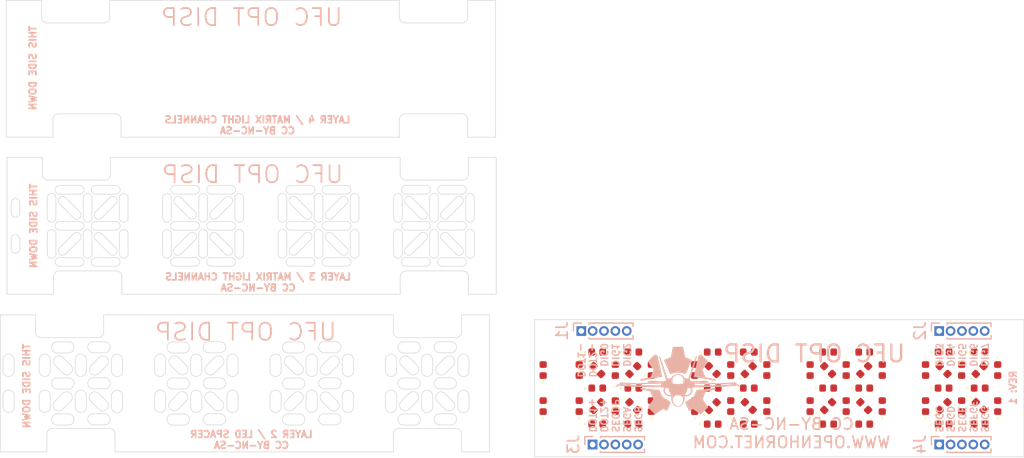
<source format=kicad_pcb>
(kicad_pcb (version 20171130) (host pcbnew "(5.1.4)-1")
  (layers (0 F.Cu signal) (31 B.Cu signal) (34 B.Paste user) (35 F.Paste user) (36 B.SilkS user) (37 F.SilkS user) (38 B.Mask user) (39 F.Mask user) (44 Edge.Cuts user))
  (net 0 "")
  (net 1 /DIG7)
  (net 2 /DIG0)
  (net 3 /DIG1)
  (net 4 /DIG2)
  (net 5 /DIG3)
  (net 6 /DIG4)
  (net 7 /DIG5)
  (net 8 /DIG6)
  (net 9 /SEGG)
  (net 10 /DOT1+)
  (net 11 /DOT1-)
  (net 12 /DOT2-)
  (net 13 /DOT2+)
  (net 14 /SEGDP)
  (net 15 /SEGA)
  (net 16 /SEGB)
  (net 17 /SEGC)
  (net 18 /SEGD)
  (net 19 /SEGE)
  (net 20 /SEGF)
  (module KiCAD_Libraries:OPT_DISP_NPTH_0.6x0.9mm (layer F.Cu) (at 101.8815 58.347 90)
    (fp_text reference D65 hide)
    (fp_text value LED)
    (pad "" np_thru_hole circle (at 0.45 0 90) (size 0.6 0.6) (drill 0.6) (layers *.Cu *.Mask))
    (pad "" np_thru_hole circle (at -0.45 0 90) (size 0.6 0.6) (drill 0.6) (layers *.Cu *.Mask))
  )
  (module KiCAD_Libraries:OPT_DISP_NPTH_0.6x0.9mm (layer F.Cu) (at 101.8815 61.522 90)
    (fp_text reference D66 hide)
    (fp_text value LED)
    (pad "" np_thru_hole circle (at 0.45 0 90) (size 0.6 0.6) (drill 0.6) (layers *.Cu *.Mask))
    (pad "" np_thru_hole circle (at -0.45 0 90) (size 0.6 0.6) (drill 0.6) (layers *.Cu *.Mask))
  )
  (module KiCAD_Libraries:OPT_DISP_NPTH_0.6x0.9mmx3 (layer F.Cu) (at 137.124 59.9345)
    (fp_text reference D53 hide)
    (fp_text value LED)
    (pad "" np_thru_hole circle (at 0.9 0) (size 0.6 0.6) (drill 0.6) (layers *.Cu *.Mask))
    (pad "" np_thru_hole circle (at -0.9 0) (size 0.6 0.6) (drill 0.6) (layers *.Cu *.Mask))
    (pad "" np_thru_hole circle (at 0 0) (size 0.6 0.6) (drill 0.6) (layers *.Cu *.Mask))
  )
  (module KiCAD_Libraries:OPT_DISP_NPTH_0.6x0.9mmx3 (layer F.Cu) (at 138.7115 58.347 270)
    (fp_text reference D56 hide)
    (fp_text value LED)
    (pad "" np_thru_hole circle (at 0.9 0 270) (size 0.6 0.6) (drill 0.6) (layers *.Cu *.Mask))
    (pad "" np_thru_hole circle (at -0.9 0 270) (size 0.6 0.6) (drill 0.6) (layers *.Cu *.Mask))
    (pad "" np_thru_hole circle (at 0 0 270) (size 0.6 0.6) (drill 0.6) (layers *.Cu *.Mask))
  )
  (module KiCAD_Libraries:OPT_DISP_NPTH_0.6x0.9mmx3 (layer F.Cu) (at 137.124 63.1095)
    (fp_text reference D55 hide)
    (fp_text value LED)
    (pad "" np_thru_hole circle (at 0.9 0) (size 0.6 0.6) (drill 0.6) (layers *.Cu *.Mask))
    (pad "" np_thru_hole circle (at -0.9 0) (size 0.6 0.6) (drill 0.6) (layers *.Cu *.Mask))
    (pad "" np_thru_hole circle (at 0 0) (size 0.6 0.6) (drill 0.6) (layers *.Cu *.Mask))
  )
  (module KiCAD_Libraries:OPT_DISP_NPTH_0.6x0.9mmx3 (layer F.Cu) (at 140.299 59.9345)
    (fp_text reference D60 hide)
    (fp_text value LED)
    (pad "" np_thru_hole circle (at 0.9 0) (size 0.6 0.6) (drill 0.6) (layers *.Cu *.Mask))
    (pad "" np_thru_hole circle (at -0.9 0) (size 0.6 0.6) (drill 0.6) (layers *.Cu *.Mask))
    (pad "" np_thru_hole circle (at 0 0) (size 0.6 0.6) (drill 0.6) (layers *.Cu *.Mask))
  )
  (module KiCAD_Libraries:OPT_DISP_NPTH_0.6x0.9mmx3 (layer F.Cu) (at 140.299 61.522 315)
    (fp_text reference D61 hide)
    (fp_text value LED)
    (pad "" np_thru_hole circle (at 0.9 0 315) (size 0.6 0.6) (drill 0.6) (layers *.Cu *.Mask))
    (pad "" np_thru_hole circle (at -0.9 0 315) (size 0.6 0.6) (drill 0.6) (layers *.Cu *.Mask))
    (pad "" np_thru_hole circle (at 0 0 315) (size 0.6 0.6) (drill 0.6) (layers *.Cu *.Mask))
  )
  (module KiCAD_Libraries:OPT_DISP_NPTH_0.6x0.9mmx3 (layer F.Cu) (at 140.299 58.347 45)
    (fp_text reference D59 hide)
    (fp_text value LED)
    (pad "" np_thru_hole circle (at 0.9 0 45) (size 0.6 0.6) (drill 0.6) (layers *.Cu *.Mask))
    (pad "" np_thru_hole circle (at -0.9 0 45) (size 0.6 0.6) (drill 0.6) (layers *.Cu *.Mask))
    (pad "" np_thru_hole circle (at 0 0 45) (size 0.6 0.6) (drill 0.6) (layers *.Cu *.Mask))
  )
  (module KiCAD_Libraries:OPT_DISP_NPTH_0.6x0.9mmx3 (layer F.Cu) (at 141.8865 61.522 90)
    (fp_text reference D64 hide)
    (fp_text value LED)
    (pad "" np_thru_hole circle (at 0.9 0 90) (size 0.6 0.6) (drill 0.6) (layers *.Cu *.Mask))
    (pad "" np_thru_hole circle (at -0.9 0 90) (size 0.6 0.6) (drill 0.6) (layers *.Cu *.Mask))
    (pad "" np_thru_hole circle (at 0 0 90) (size 0.6 0.6) (drill 0.6) (layers *.Cu *.Mask))
  )
  (module KiCAD_Libraries:OPT_DISP_NPTH_0.6x0.9mmx3 (layer F.Cu) (at 140.299 56.7595)
    (fp_text reference D58 hide)
    (fp_text value LED)
    (pad "" np_thru_hole circle (at 0.9 0) (size 0.6 0.6) (drill 0.6) (layers *.Cu *.Mask))
    (pad "" np_thru_hole circle (at -0.9 0) (size 0.6 0.6) (drill 0.6) (layers *.Cu *.Mask))
    (pad "" np_thru_hole circle (at 0 0) (size 0.6 0.6) (drill 0.6) (layers *.Cu *.Mask))
  )
  (module KiCAD_Libraries:OPT_DISP_NPTH_0.6x0.9mmx3 (layer F.Cu) (at 141.8865 58.347 270)
    (fp_text reference D63 hide)
    (fp_text value LED)
    (pad "" np_thru_hole circle (at 0.9 0 270) (size 0.6 0.6) (drill 0.6) (layers *.Cu *.Mask))
    (pad "" np_thru_hole circle (at -0.9 0 270) (size 0.6 0.6) (drill 0.6) (layers *.Cu *.Mask))
    (pad "" np_thru_hole circle (at 0 0 270) (size 0.6 0.6) (drill 0.6) (layers *.Cu *.Mask))
  )
  (module KiCAD_Libraries:OPT_DISP_NPTH_0.6x0.9mmx3 (layer F.Cu) (at 135.5365 61.522 90)
    (fp_text reference D50 hide)
    (fp_text value LED)
    (pad "" np_thru_hole circle (at 0.9 0 90) (size 0.6 0.6) (drill 0.6) (layers *.Cu *.Mask))
    (pad "" np_thru_hole circle (at -0.9 0 90) (size 0.6 0.6) (drill 0.6) (layers *.Cu *.Mask))
    (pad "" np_thru_hole circle (at 0 0 90) (size 0.6 0.6) (drill 0.6) (layers *.Cu *.Mask))
  )
  (module KiCAD_Libraries:OPT_DISP_NPTH_0.6x0.9mmx3 (layer F.Cu) (at 138.7115 61.522 90)
    (fp_text reference D57 hide)
    (fp_text value LED)
    (pad "" np_thru_hole circle (at 0.9 0 90) (size 0.6 0.6) (drill 0.6) (layers *.Cu *.Mask))
    (pad "" np_thru_hole circle (at -0.9 0 90) (size 0.6 0.6) (drill 0.6) (layers *.Cu *.Mask))
    (pad "" np_thru_hole circle (at 0 0 90) (size 0.6 0.6) (drill 0.6) (layers *.Cu *.Mask))
  )
  (module KiCAD_Libraries:OPT_DISP_NPTH_0.6x0.9mmx3 (layer F.Cu) (at 135.5365 58.347 270)
    (fp_text reference D49 hide)
    (fp_text value LED)
    (pad "" np_thru_hole circle (at 0.9 0 270) (size 0.6 0.6) (drill 0.6) (layers *.Cu *.Mask))
    (pad "" np_thru_hole circle (at -0.9 0 270) (size 0.6 0.6) (drill 0.6) (layers *.Cu *.Mask))
    (pad "" np_thru_hole circle (at 0 0 270) (size 0.6 0.6) (drill 0.6) (layers *.Cu *.Mask))
  )
  (module KiCAD_Libraries:OPT_DISP_NPTH_0.6x0.9mmx3 (layer F.Cu) (at 137.124 61.522 45)
    (fp_text reference D54 hide)
    (fp_text value LED)
    (pad "" np_thru_hole circle (at 0.9 0 45) (size 0.6 0.6) (drill 0.6) (layers *.Cu *.Mask))
    (pad "" np_thru_hole circle (at -0.9 0 45) (size 0.6 0.6) (drill 0.6) (layers *.Cu *.Mask))
    (pad "" np_thru_hole circle (at 0 0 45) (size 0.6 0.6) (drill 0.6) (layers *.Cu *.Mask))
  )
  (module KiCAD_Libraries:OPT_DISP_NPTH_0.6x0.9mmx3 (layer F.Cu) (at 137.124 58.347 315)
    (fp_text reference D52 hide)
    (fp_text value LED)
    (pad "" np_thru_hole circle (at 0.9 0 315) (size 0.6 0.6) (drill 0.6) (layers *.Cu *.Mask))
    (pad "" np_thru_hole circle (at -0.9 0 315) (size 0.6 0.6) (drill 0.6) (layers *.Cu *.Mask))
    (pad "" np_thru_hole circle (at 0 0 315) (size 0.6 0.6) (drill 0.6) (layers *.Cu *.Mask))
  )
  (module KiCAD_Libraries:OPT_DISP_NPTH_0.6x0.9mmx3 (layer F.Cu) (at 137.124 56.7595)
    (fp_text reference D51 hide)
    (fp_text value LED)
    (pad "" np_thru_hole circle (at 0.9 0) (size 0.6 0.6) (drill 0.6) (layers *.Cu *.Mask))
    (pad "" np_thru_hole circle (at -0.9 0) (size 0.6 0.6) (drill 0.6) (layers *.Cu *.Mask))
    (pad "" np_thru_hole circle (at 0 0) (size 0.6 0.6) (drill 0.6) (layers *.Cu *.Mask))
  )
  (module KiCAD_Libraries:OPT_DISP_NPTH_0.6x0.9mmx3 (layer F.Cu) (at 140.299 63.1095)
    (fp_text reference D62 hide)
    (fp_text value LED)
    (pad "" np_thru_hole circle (at 0.9 0) (size 0.6 0.6) (drill 0.6) (layers *.Cu *.Mask))
    (pad "" np_thru_hole circle (at -0.9 0) (size 0.6 0.6) (drill 0.6) (layers *.Cu *.Mask))
    (pad "" np_thru_hole circle (at 0 0) (size 0.6 0.6) (drill 0.6) (layers *.Cu *.Mask))
  )
  (module KiCAD_Libraries:OPT_DISP_NPTH_0.6x0.9mmx3 (layer F.Cu) (at 125.3765 58.347 270)
    (fp_text reference D33 hide)
    (fp_text value LED)
    (pad "" np_thru_hole circle (at 0.9 0 270) (size 0.6 0.6) (drill 0.6) (layers *.Cu *.Mask))
    (pad "" np_thru_hole circle (at -0.9 0 270) (size 0.6 0.6) (drill 0.6) (layers *.Cu *.Mask))
    (pad "" np_thru_hole circle (at 0 0 270) (size 0.6 0.6) (drill 0.6) (layers *.Cu *.Mask))
  )
  (module KiCAD_Libraries:OPT_DISP_NPTH_0.6x0.9mmx3 (layer F.Cu) (at 126.964 58.347 315)
    (fp_text reference D36 hide)
    (fp_text value LED)
    (pad "" np_thru_hole circle (at 0.9 0 315) (size 0.6 0.6) (drill 0.6) (layers *.Cu *.Mask))
    (pad "" np_thru_hole circle (at -0.9 0 315) (size 0.6 0.6) (drill 0.6) (layers *.Cu *.Mask))
    (pad "" np_thru_hole circle (at 0 0 315) (size 0.6 0.6) (drill 0.6) (layers *.Cu *.Mask))
  )
  (module KiCAD_Libraries:OPT_DISP_NPTH_0.6x0.9mmx3 (layer F.Cu) (at 128.5515 58.347 270)
    (fp_text reference D40 hide)
    (fp_text value LED)
    (pad "" np_thru_hole circle (at 0.9 0 270) (size 0.6 0.6) (drill 0.6) (layers *.Cu *.Mask))
    (pad "" np_thru_hole circle (at -0.9 0 270) (size 0.6 0.6) (drill 0.6) (layers *.Cu *.Mask))
    (pad "" np_thru_hole circle (at 0 0 270) (size 0.6 0.6) (drill 0.6) (layers *.Cu *.Mask))
  )
  (module KiCAD_Libraries:OPT_DISP_NPTH_0.6x0.9mmx3 (layer F.Cu) (at 130.139 56.7595)
    (fp_text reference D42 hide)
    (fp_text value LED)
    (pad "" np_thru_hole circle (at 0.9 0) (size 0.6 0.6) (drill 0.6) (layers *.Cu *.Mask))
    (pad "" np_thru_hole circle (at -0.9 0) (size 0.6 0.6) (drill 0.6) (layers *.Cu *.Mask))
    (pad "" np_thru_hole circle (at 0 0) (size 0.6 0.6) (drill 0.6) (layers *.Cu *.Mask))
  )
  (module KiCAD_Libraries:OPT_DISP_NPTH_0.6x0.9mmx3 (layer F.Cu) (at 130.139 63.1095)
    (fp_text reference D46 hide)
    (fp_text value LED)
    (pad "" np_thru_hole circle (at 0.9 0) (size 0.6 0.6) (drill 0.6) (layers *.Cu *.Mask))
    (pad "" np_thru_hole circle (at -0.9 0) (size 0.6 0.6) (drill 0.6) (layers *.Cu *.Mask))
    (pad "" np_thru_hole circle (at 0 0) (size 0.6 0.6) (drill 0.6) (layers *.Cu *.Mask))
  )
  (module KiCAD_Libraries:OPT_DISP_NPTH_0.6x0.9mmx3 (layer F.Cu) (at 128.5515 61.522 90)
    (fp_text reference D41 hide)
    (fp_text value LED)
    (pad "" np_thru_hole circle (at 0.9 0 90) (size 0.6 0.6) (drill 0.6) (layers *.Cu *.Mask))
    (pad "" np_thru_hole circle (at -0.9 0 90) (size 0.6 0.6) (drill 0.6) (layers *.Cu *.Mask))
    (pad "" np_thru_hole circle (at 0 0 90) (size 0.6 0.6) (drill 0.6) (layers *.Cu *.Mask))
  )
  (module KiCAD_Libraries:OPT_DISP_NPTH_0.6x0.9mmx3 (layer F.Cu) (at 126.964 63.1095)
    (fp_text reference D39 hide)
    (fp_text value LED)
    (pad "" np_thru_hole circle (at 0.9 0) (size 0.6 0.6) (drill 0.6) (layers *.Cu *.Mask))
    (pad "" np_thru_hole circle (at -0.9 0) (size 0.6 0.6) (drill 0.6) (layers *.Cu *.Mask))
    (pad "" np_thru_hole circle (at 0 0) (size 0.6 0.6) (drill 0.6) (layers *.Cu *.Mask))
  )
  (module KiCAD_Libraries:OPT_DISP_NPTH_0.6x0.9mmx3 (layer F.Cu) (at 131.7265 58.347 270)
    (fp_text reference D47 hide)
    (fp_text value LED)
    (pad "" np_thru_hole circle (at 0.9 0 270) (size 0.6 0.6) (drill 0.6) (layers *.Cu *.Mask))
    (pad "" np_thru_hole circle (at -0.9 0 270) (size 0.6 0.6) (drill 0.6) (layers *.Cu *.Mask))
    (pad "" np_thru_hole circle (at 0 0 270) (size 0.6 0.6) (drill 0.6) (layers *.Cu *.Mask))
  )
  (module KiCAD_Libraries:OPT_DISP_NPTH_0.6x0.9mmx3 (layer F.Cu) (at 130.139 58.347 45)
    (fp_text reference D43 hide)
    (fp_text value LED)
    (pad "" np_thru_hole circle (at 0.9 0 45) (size 0.6 0.6) (drill 0.6) (layers *.Cu *.Mask))
    (pad "" np_thru_hole circle (at -0.9 0 45) (size 0.6 0.6) (drill 0.6) (layers *.Cu *.Mask))
    (pad "" np_thru_hole circle (at 0 0 45) (size 0.6 0.6) (drill 0.6) (layers *.Cu *.Mask))
  )
  (module KiCAD_Libraries:OPT_DISP_NPTH_0.6x0.9mmx3 (layer F.Cu) (at 126.964 56.7595)
    (fp_text reference D35 hide)
    (fp_text value LED)
    (pad "" np_thru_hole circle (at 0.9 0) (size 0.6 0.6) (drill 0.6) (layers *.Cu *.Mask))
    (pad "" np_thru_hole circle (at -0.9 0) (size 0.6 0.6) (drill 0.6) (layers *.Cu *.Mask))
    (pad "" np_thru_hole circle (at 0 0) (size 0.6 0.6) (drill 0.6) (layers *.Cu *.Mask))
  )
  (module KiCAD_Libraries:OPT_DISP_NPTH_0.6x0.9mmx3 (layer F.Cu) (at 131.7265 61.522 90)
    (fp_text reference D48 hide)
    (fp_text value LED)
    (pad "" np_thru_hole circle (at 0.9 0 90) (size 0.6 0.6) (drill 0.6) (layers *.Cu *.Mask))
    (pad "" np_thru_hole circle (at -0.9 0 90) (size 0.6 0.6) (drill 0.6) (layers *.Cu *.Mask))
    (pad "" np_thru_hole circle (at 0 0 90) (size 0.6 0.6) (drill 0.6) (layers *.Cu *.Mask))
  )
  (module KiCAD_Libraries:OPT_DISP_NPTH_0.6x0.9mmx3 (layer F.Cu) (at 130.139 59.9345)
    (fp_text reference D44 hide)
    (fp_text value LED)
    (pad "" np_thru_hole circle (at 0.9 0) (size 0.6 0.6) (drill 0.6) (layers *.Cu *.Mask))
    (pad "" np_thru_hole circle (at -0.9 0) (size 0.6 0.6) (drill 0.6) (layers *.Cu *.Mask))
    (pad "" np_thru_hole circle (at 0 0) (size 0.6 0.6) (drill 0.6) (layers *.Cu *.Mask))
  )
  (module KiCAD_Libraries:OPT_DISP_NPTH_0.6x0.9mmx3 (layer F.Cu) (at 126.964 61.522 45)
    (fp_text reference D38 hide)
    (fp_text value LED)
    (pad "" np_thru_hole circle (at 0.9 0 45) (size 0.6 0.6) (drill 0.6) (layers *.Cu *.Mask))
    (pad "" np_thru_hole circle (at -0.9 0 45) (size 0.6 0.6) (drill 0.6) (layers *.Cu *.Mask))
    (pad "" np_thru_hole circle (at 0 0 45) (size 0.6 0.6) (drill 0.6) (layers *.Cu *.Mask))
  )
  (module KiCAD_Libraries:OPT_DISP_NPTH_0.6x0.9mmx3 (layer F.Cu) (at 126.964 59.9345)
    (fp_text reference D37 hide)
    (fp_text value LED)
    (pad "" np_thru_hole circle (at 0.9 0) (size 0.6 0.6) (drill 0.6) (layers *.Cu *.Mask))
    (pad "" np_thru_hole circle (at -0.9 0) (size 0.6 0.6) (drill 0.6) (layers *.Cu *.Mask))
    (pad "" np_thru_hole circle (at 0 0) (size 0.6 0.6) (drill 0.6) (layers *.Cu *.Mask))
  )
  (module KiCAD_Libraries:OPT_DISP_NPTH_0.6x0.9mmx3 (layer F.Cu) (at 130.139 61.522 315)
    (fp_text reference D45 hide)
    (fp_text value LED)
    (pad "" np_thru_hole circle (at 0.9 0 315) (size 0.6 0.6) (drill 0.6) (layers *.Cu *.Mask))
    (pad "" np_thru_hole circle (at -0.9 0 315) (size 0.6 0.6) (drill 0.6) (layers *.Cu *.Mask))
    (pad "" np_thru_hole circle (at 0 0 315) (size 0.6 0.6) (drill 0.6) (layers *.Cu *.Mask))
  )
  (module KiCAD_Libraries:OPT_DISP_NPTH_0.6x0.9mmx3 (layer F.Cu) (at 125.3765 61.522 90)
    (fp_text reference D34 hide)
    (fp_text value LED)
    (pad "" np_thru_hole circle (at 0.9 0 90) (size 0.6 0.6) (drill 0.6) (layers *.Cu *.Mask))
    (pad "" np_thru_hole circle (at -0.9 0 90) (size 0.6 0.6) (drill 0.6) (layers *.Cu *.Mask))
    (pad "" np_thru_hole circle (at 0 0 90) (size 0.6 0.6) (drill 0.6) (layers *.Cu *.Mask))
  )
  (module KiCAD_Libraries:OPT_DISP_NPTH_0.6x0.9mmx3 (layer F.Cu) (at 116.804 63.1095)
    (fp_text reference D23 hide)
    (fp_text value LED)
    (pad "" np_thru_hole circle (at 0.9 0) (size 0.6 0.6) (drill 0.6) (layers *.Cu *.Mask))
    (pad "" np_thru_hole circle (at -0.9 0) (size 0.6 0.6) (drill 0.6) (layers *.Cu *.Mask))
    (pad "" np_thru_hole circle (at 0 0) (size 0.6 0.6) (drill 0.6) (layers *.Cu *.Mask))
  )
  (module KiCAD_Libraries:OPT_DISP_NPTH_0.6x0.9mmx3 (layer F.Cu) (at 119.979 63.1095)
    (fp_text reference D30 hide)
    (fp_text value LED)
    (pad "" np_thru_hole circle (at 0.9 0) (size 0.6 0.6) (drill 0.6) (layers *.Cu *.Mask))
    (pad "" np_thru_hole circle (at -0.9 0) (size 0.6 0.6) (drill 0.6) (layers *.Cu *.Mask))
    (pad "" np_thru_hole circle (at 0 0) (size 0.6 0.6) (drill 0.6) (layers *.Cu *.Mask))
  )
  (module KiCAD_Libraries:OPT_DISP_NPTH_0.6x0.9mmx3 (layer F.Cu) (at 121.5665 61.522 90)
    (fp_text reference D32 hide)
    (fp_text value LED)
    (pad "" np_thru_hole circle (at 0.9 0 90) (size 0.6 0.6) (drill 0.6) (layers *.Cu *.Mask))
    (pad "" np_thru_hole circle (at -0.9 0 90) (size 0.6 0.6) (drill 0.6) (layers *.Cu *.Mask))
    (pad "" np_thru_hole circle (at 0 0 90) (size 0.6 0.6) (drill 0.6) (layers *.Cu *.Mask))
  )
  (module KiCAD_Libraries:OPT_DISP_NPTH_0.6x0.9mmx3 (layer F.Cu) (at 119.979 59.9345)
    (fp_text reference D28 hide)
    (fp_text value LED)
    (pad "" np_thru_hole circle (at 0.9 0) (size 0.6 0.6) (drill 0.6) (layers *.Cu *.Mask))
    (pad "" np_thru_hole circle (at -0.9 0) (size 0.6 0.6) (drill 0.6) (layers *.Cu *.Mask))
    (pad "" np_thru_hole circle (at 0 0) (size 0.6 0.6) (drill 0.6) (layers *.Cu *.Mask))
  )
  (module KiCAD_Libraries:OPT_DISP_NPTH_0.6x0.9mmx3 (layer F.Cu) (at 119.979 61.522 315)
    (fp_text reference D29 hide)
    (fp_text value LED)
    (pad "" np_thru_hole circle (at 0.9 0 315) (size 0.6 0.6) (drill 0.6) (layers *.Cu *.Mask))
    (pad "" np_thru_hole circle (at -0.9 0 315) (size 0.6 0.6) (drill 0.6) (layers *.Cu *.Mask))
    (pad "" np_thru_hole circle (at 0 0 315) (size 0.6 0.6) (drill 0.6) (layers *.Cu *.Mask))
  )
  (module KiCAD_Libraries:OPT_DISP_NPTH_0.6x0.9mmx3 (layer F.Cu) (at 118.3915 61.522 90)
    (fp_text reference D25 hide)
    (fp_text value LED)
    (pad "" np_thru_hole circle (at 0.9 0 90) (size 0.6 0.6) (drill 0.6) (layers *.Cu *.Mask))
    (pad "" np_thru_hole circle (at -0.9 0 90) (size 0.6 0.6) (drill 0.6) (layers *.Cu *.Mask))
    (pad "" np_thru_hole circle (at 0 0 90) (size 0.6 0.6) (drill 0.6) (layers *.Cu *.Mask))
  )
  (module KiCAD_Libraries:OPT_DISP_NPTH_0.6x0.9mmx3 (layer F.Cu) (at 116.804 61.522 45)
    (fp_text reference D22 hide)
    (fp_text value LED)
    (pad "" np_thru_hole circle (at 0.9 0 45) (size 0.6 0.6) (drill 0.6) (layers *.Cu *.Mask))
    (pad "" np_thru_hole circle (at -0.9 0 45) (size 0.6 0.6) (drill 0.6) (layers *.Cu *.Mask))
    (pad "" np_thru_hole circle (at 0 0 45) (size 0.6 0.6) (drill 0.6) (layers *.Cu *.Mask))
  )
  (module KiCAD_Libraries:OPT_DISP_NPTH_0.6x0.9mmx3 (layer F.Cu) (at 115.2165 61.522 90)
    (fp_text reference D18 hide)
    (fp_text value LED)
    (pad "" np_thru_hole circle (at 0.9 0 90) (size 0.6 0.6) (drill 0.6) (layers *.Cu *.Mask))
    (pad "" np_thru_hole circle (at -0.9 0 90) (size 0.6 0.6) (drill 0.6) (layers *.Cu *.Mask))
    (pad "" np_thru_hole circle (at 0 0 90) (size 0.6 0.6) (drill 0.6) (layers *.Cu *.Mask))
  )
  (module KiCAD_Libraries:OPT_DISP_NPTH_0.6x0.9mmx3 (layer F.Cu) (at 116.804 59.9345)
    (fp_text reference D21 hide)
    (fp_text value LED)
    (pad "" np_thru_hole circle (at 0.9 0) (size 0.6 0.6) (drill 0.6) (layers *.Cu *.Mask))
    (pad "" np_thru_hole circle (at -0.9 0) (size 0.6 0.6) (drill 0.6) (layers *.Cu *.Mask))
    (pad "" np_thru_hole circle (at 0 0) (size 0.6 0.6) (drill 0.6) (layers *.Cu *.Mask))
  )
  (module KiCAD_Libraries:OPT_DISP_NPTH_0.6x0.9mmx3 (layer F.Cu) (at 121.5665 58.347 270)
    (fp_text reference D31 hide)
    (fp_text value LED)
    (pad "" np_thru_hole circle (at 0.9 0 270) (size 0.6 0.6) (drill 0.6) (layers *.Cu *.Mask))
    (pad "" np_thru_hole circle (at -0.9 0 270) (size 0.6 0.6) (drill 0.6) (layers *.Cu *.Mask))
    (pad "" np_thru_hole circle (at 0 0 270) (size 0.6 0.6) (drill 0.6) (layers *.Cu *.Mask))
  )
  (module KiCAD_Libraries:OPT_DISP_NPTH_0.6x0.9mmx3 (layer F.Cu) (at 119.979 58.347 45)
    (fp_text reference D27 hide)
    (fp_text value LED)
    (pad "" np_thru_hole circle (at 0.9 0 45) (size 0.6 0.6) (drill 0.6) (layers *.Cu *.Mask))
    (pad "" np_thru_hole circle (at -0.9 0 45) (size 0.6 0.6) (drill 0.6) (layers *.Cu *.Mask))
    (pad "" np_thru_hole circle (at 0 0 45) (size 0.6 0.6) (drill 0.6) (layers *.Cu *.Mask))
  )
  (module KiCAD_Libraries:OPT_DISP_NPTH_0.6x0.9mmx3 (layer F.Cu) (at 119.979 56.7595)
    (fp_text reference D26 hide)
    (fp_text value LED)
    (pad "" np_thru_hole circle (at 0.9 0) (size 0.6 0.6) (drill 0.6) (layers *.Cu *.Mask))
    (pad "" np_thru_hole circle (at -0.9 0) (size 0.6 0.6) (drill 0.6) (layers *.Cu *.Mask))
    (pad "" np_thru_hole circle (at 0 0) (size 0.6 0.6) (drill 0.6) (layers *.Cu *.Mask))
  )
  (module KiCAD_Libraries:OPT_DISP_NPTH_0.6x0.9mmx3 (layer F.Cu) (at 118.3915 58.347 270)
    (fp_text reference D24 hide)
    (fp_text value LED)
    (pad "" np_thru_hole circle (at 0.9 0 270) (size 0.6 0.6) (drill 0.6) (layers *.Cu *.Mask))
    (pad "" np_thru_hole circle (at -0.9 0 270) (size 0.6 0.6) (drill 0.6) (layers *.Cu *.Mask))
    (pad "" np_thru_hole circle (at 0 0 270) (size 0.6 0.6) (drill 0.6) (layers *.Cu *.Mask))
  )
  (module KiCAD_Libraries:OPT_DISP_NPTH_0.6x0.9mmx3 (layer F.Cu) (at 115.2165 58.347 270)
    (fp_text reference D17 hide)
    (fp_text value LED)
    (pad "" np_thru_hole circle (at 0.9 0 270) (size 0.6 0.6) (drill 0.6) (layers *.Cu *.Mask))
    (pad "" np_thru_hole circle (at -0.9 0 270) (size 0.6 0.6) (drill 0.6) (layers *.Cu *.Mask))
    (pad "" np_thru_hole circle (at 0 0 270) (size 0.6 0.6) (drill 0.6) (layers *.Cu *.Mask))
  )
  (module KiCAD_Libraries:OPT_DISP_NPTH_0.6x0.9mmx3 (layer F.Cu) (at 116.804 58.347 315)
    (fp_text reference D20 hide)
    (fp_text value LED)
    (pad "" np_thru_hole circle (at 0.9 0 315) (size 0.6 0.6) (drill 0.6) (layers *.Cu *.Mask))
    (pad "" np_thru_hole circle (at -0.9 0 315) (size 0.6 0.6) (drill 0.6) (layers *.Cu *.Mask))
    (pad "" np_thru_hole circle (at 0 0 315) (size 0.6 0.6) (drill 0.6) (layers *.Cu *.Mask))
  )
  (module KiCAD_Libraries:OPT_DISP_NPTH_0.6x0.9mmx3 (layer F.Cu) (at 116.804 56.7595)
    (fp_text reference D19 hide)
    (fp_text value LED)
    (pad "" np_thru_hole circle (at 0.9 0) (size 0.6 0.6) (drill 0.6) (layers *.Cu *.Mask))
    (pad "" np_thru_hole circle (at -0.9 0) (size 0.6 0.6) (drill 0.6) (layers *.Cu *.Mask))
    (pad "" np_thru_hole circle (at 0 0) (size 0.6 0.6) (drill 0.6) (layers *.Cu *.Mask))
  )
  (module KiCAD_Libraries:OPT_DISP_NPTH_0.6x0.9mmx3 (layer F.Cu) (at 111.4065 58.347 270)
    (fp_text reference D15 hide)
    (fp_text value LED)
    (pad "" np_thru_hole circle (at 0.9 0 270) (size 0.6 0.6) (drill 0.6) (layers *.Cu *.Mask))
    (pad "" np_thru_hole circle (at -0.9 0 270) (size 0.6 0.6) (drill 0.6) (layers *.Cu *.Mask))
    (pad "" np_thru_hole circle (at 0 0 270) (size 0.6 0.6) (drill 0.6) (layers *.Cu *.Mask))
  )
  (module KiCAD_Libraries:OPT_DISP_NPTH_0.6x0.9mmx3 (layer F.Cu) (at 111.4065 61.522 90)
    (fp_text reference D16 hide)
    (fp_text value LED)
    (pad "" np_thru_hole circle (at 0.9 0 90) (size 0.6 0.6) (drill 0.6) (layers *.Cu *.Mask))
    (pad "" np_thru_hole circle (at -0.9 0 90) (size 0.6 0.6) (drill 0.6) (layers *.Cu *.Mask))
    (pad "" np_thru_hole circle (at 0 0 90) (size 0.6 0.6) (drill 0.6) (layers *.Cu *.Mask))
  )
  (module KiCAD_Libraries:OPT_DISP_NPTH_0.6x0.9mmx3 (layer F.Cu) (at 109.819 63.1095)
    (fp_text reference D14 hide)
    (fp_text value LED)
    (pad "" np_thru_hole circle (at 0.9 0) (size 0.6 0.6) (drill 0.6) (layers *.Cu *.Mask))
    (pad "" np_thru_hole circle (at -0.9 0) (size 0.6 0.6) (drill 0.6) (layers *.Cu *.Mask))
    (pad "" np_thru_hole circle (at 0 0) (size 0.6 0.6) (drill 0.6) (layers *.Cu *.Mask))
  )
  (module KiCAD_Libraries:OPT_DISP_NPTH_0.6x0.9mmx3 (layer F.Cu) (at 106.644 63.1095)
    (fp_text reference D7 hide)
    (fp_text value LED)
    (pad "" np_thru_hole circle (at 0.9 0) (size 0.6 0.6) (drill 0.6) (layers *.Cu *.Mask))
    (pad "" np_thru_hole circle (at -0.9 0) (size 0.6 0.6) (drill 0.6) (layers *.Cu *.Mask))
    (pad "" np_thru_hole circle (at 0 0) (size 0.6 0.6) (drill 0.6) (layers *.Cu *.Mask))
  )
  (module KiCAD_Libraries:OPT_DISP_NPTH_0.6x0.9mmx3 (layer F.Cu) (at 106.644 61.522 45)
    (fp_text reference D6 hide)
    (fp_text value LED)
    (pad "" np_thru_hole circle (at 0.9 0 45) (size 0.6 0.6) (drill 0.6) (layers *.Cu *.Mask))
    (pad "" np_thru_hole circle (at -0.9 0 45) (size 0.6 0.6) (drill 0.6) (layers *.Cu *.Mask))
    (pad "" np_thru_hole circle (at 0 0 45) (size 0.6 0.6) (drill 0.6) (layers *.Cu *.Mask))
  )
  (module KiCAD_Libraries:OPT_DISP_NPTH_0.6x0.9mmx3 (layer F.Cu) (at 108.2315 61.522 90)
    (fp_text reference D9 hide)
    (fp_text value LED)
    (pad "" np_thru_hole circle (at 0.9 0 90) (size 0.6 0.6) (drill 0.6) (layers *.Cu *.Mask))
    (pad "" np_thru_hole circle (at -0.9 0 90) (size 0.6 0.6) (drill 0.6) (layers *.Cu *.Mask))
    (pad "" np_thru_hole circle (at 0 0 90) (size 0.6 0.6) (drill 0.6) (layers *.Cu *.Mask))
  )
  (module KiCAD_Libraries:OPT_DISP_NPTH_0.6x0.9mmx3 (layer F.Cu) (at 109.819 61.522 315)
    (fp_text reference D13 hide)
    (fp_text value LED)
    (pad "" np_thru_hole circle (at 0.9 0 315) (size 0.6 0.6) (drill 0.6) (layers *.Cu *.Mask))
    (pad "" np_thru_hole circle (at -0.9 0 315) (size 0.6 0.6) (drill 0.6) (layers *.Cu *.Mask))
    (pad "" np_thru_hole circle (at 0 0 315) (size 0.6 0.6) (drill 0.6) (layers *.Cu *.Mask))
  )
  (module KiCAD_Libraries:OPT_DISP_NPTH_0.6x0.9mmx3 (layer F.Cu) (at 109.819 59.9345)
    (fp_text reference D12 hide)
    (fp_text value LED)
    (pad "" np_thru_hole circle (at 0.9 0) (size 0.6 0.6) (drill 0.6) (layers *.Cu *.Mask))
    (pad "" np_thru_hole circle (at -0.9 0) (size 0.6 0.6) (drill 0.6) (layers *.Cu *.Mask))
    (pad "" np_thru_hole circle (at 0 0) (size 0.6 0.6) (drill 0.6) (layers *.Cu *.Mask))
  )
  (module KiCAD_Libraries:OPT_DISP_NPTH_0.6x0.9mmx3 (layer F.Cu) (at 109.819 58.347 45)
    (fp_text reference D11 hide)
    (fp_text value LED)
    (pad "" np_thru_hole circle (at 0.9 0 45) (size 0.6 0.6) (drill 0.6) (layers *.Cu *.Mask))
    (pad "" np_thru_hole circle (at -0.9 0 45) (size 0.6 0.6) (drill 0.6) (layers *.Cu *.Mask))
    (pad "" np_thru_hole circle (at 0 0 45) (size 0.6 0.6) (drill 0.6) (layers *.Cu *.Mask))
  )
  (module KiCAD_Libraries:OPT_DISP_NPTH_0.6x0.9mmx3 (layer F.Cu) (at 109.819 56.7595)
    (fp_text reference D10 hide)
    (fp_text value LED)
    (pad "" np_thru_hole circle (at 0.9 0) (size 0.6 0.6) (drill 0.6) (layers *.Cu *.Mask))
    (pad "" np_thru_hole circle (at -0.9 0) (size 0.6 0.6) (drill 0.6) (layers *.Cu *.Mask))
    (pad "" np_thru_hole circle (at 0 0) (size 0.6 0.6) (drill 0.6) (layers *.Cu *.Mask))
  )
  (module KiCAD_Libraries:OPT_DISP_NPTH_0.6x0.9mmx3 (layer F.Cu) (at 106.644 56.7595)
    (fp_text reference D3 hide)
    (fp_text value LED)
    (pad "" np_thru_hole circle (at 0.9 0) (size 0.6 0.6) (drill 0.6) (layers *.Cu *.Mask))
    (pad "" np_thru_hole circle (at -0.9 0) (size 0.6 0.6) (drill 0.6) (layers *.Cu *.Mask))
    (pad "" np_thru_hole circle (at 0 0) (size 0.6 0.6) (drill 0.6) (layers *.Cu *.Mask))
  )
  (module KiCAD_Libraries:OPT_DISP_NPTH_0.6x0.9mmx3 (layer F.Cu) (at 108.2315 58.347 270)
    (fp_text reference D8 hide)
    (fp_text value LED)
    (pad "" np_thru_hole circle (at 0.9 0 270) (size 0.6 0.6) (drill 0.6) (layers *.Cu *.Mask))
    (pad "" np_thru_hole circle (at -0.9 0 270) (size 0.6 0.6) (drill 0.6) (layers *.Cu *.Mask))
    (pad "" np_thru_hole circle (at 0 0 270) (size 0.6 0.6) (drill 0.6) (layers *.Cu *.Mask))
  )
  (module KiCAD_Libraries:OPT_DISP_NPTH_0.6x0.9mmx3 (layer F.Cu) (at 106.644 58.347 315)
    (fp_text reference D4 hide)
    (fp_text value LED)
    (pad "" np_thru_hole circle (at 0.9 0 315) (size 0.6 0.6) (drill 0.6) (layers *.Cu *.Mask))
    (pad "" np_thru_hole circle (at -0.9 0 315) (size 0.6 0.6) (drill 0.6) (layers *.Cu *.Mask))
    (pad "" np_thru_hole circle (at 0 0 315) (size 0.6 0.6) (drill 0.6) (layers *.Cu *.Mask))
  )
  (module KiCAD_Libraries:OPT_DISP_NPTH_0.6x0.9mmx3 (layer F.Cu) (at 106.644 59.9345)
    (fp_text reference D5 hide)
    (fp_text value LED)
    (pad "" np_thru_hole circle (at 0.9 0) (size 0.6 0.6) (drill 0.6) (layers *.Cu *.Mask))
    (pad "" np_thru_hole circle (at -0.9 0) (size 0.6 0.6) (drill 0.6) (layers *.Cu *.Mask))
    (pad "" np_thru_hole circle (at 0 0) (size 0.6 0.6) (drill 0.6) (layers *.Cu *.Mask))
  )
  (module KiCAD_Libraries:OPT_DISP_NPTH_0.6x0.9mmx3 (layer F.Cu) (at 105.0565 61.522 90)
    (fp_text reference D2 hide)
    (fp_text value LED)
    (pad "" np_thru_hole circle (at 0.9 0 90) (size 0.6 0.6) (drill 0.6) (layers *.Cu *.Mask))
    (pad "" np_thru_hole circle (at -0.9 0 90) (size 0.6 0.6) (drill 0.6) (layers *.Cu *.Mask))
    (pad "" np_thru_hole circle (at 0 0 90) (size 0.6 0.6) (drill 0.6) (layers *.Cu *.Mask))
  )
  (module KiCAD_Libraries:OPT_DISP_NPTH_0.6x0.9mmx3 (layer F.Cu) (at 105.0565 58.347 270)
    (fp_text reference D1 hide)
    (fp_text value LED)
    (pad "" np_thru_hole circle (at 0.9 0 270) (size 0.6 0.6) (drill 0.6) (layers *.Cu *.Mask))
    (pad "" np_thru_hole circle (at -0.9 0 270) (size 0.6 0.6) (drill 0.6) (layers *.Cu *.Mask))
    (pad "" np_thru_hole circle (at 0 0 270) (size 0.6 0.6) (drill 0.6) (layers *.Cu *.Mask))
  )
  (module KiCAD_Libraries:OH_LOGO_ONLY_11x6mm (layer B.Cu) (at 160.2375 87.542 180)
    (fp_text reference G*** hide)
    (fp_text value OH_LOGO_ONLY_11x6mm hide)
  )
  (module Connector_PinHeader_1.00mm:PinHeader_1x05_P1.00mm_Vertical (layer B.Cu) (at 151.7375 83.042 270)
    (fp_text reference J1 (at 0 1.695 270) (layer B.SilkS) (effects (justify mirror)))
    (fp_text value Conn_01x05_Male)
    (pad 5 thru_hole oval (at 0 -4 270) (size 0.85 0.85) (drill 0.5) (layers *.Cu *.Mask) (net 4 /DIG2))
    (pad 4 thru_hole oval (at 0 -3 270) (size 0.85 0.85) (drill 0.5) (layers *.Cu *.Mask) (net 3 /DIG1))
    (pad 3 thru_hole oval (at 0 -2 270) (size 0.85 0.85) (drill 0.5) (layers *.Cu *.Mask) (net 2 /DIG0))
    (pad 2 thru_hole oval (at 0 -1 270) (size 0.85 0.85) (drill 0.5) (layers *.Cu *.Mask) (net 12 /DOT2-))
    (pad 1 thru_hole rect (at 0 0 270) (size 0.85 0.85) (drill 0.5) (layers *.Cu *.Mask) (net 11 /DOT1-))
  )
  (module Connector_PinHeader_1.00mm:PinHeader_1x05_P1.00mm_Vertical (layer B.Cu) (at 183.2375 83.042 270)
    (fp_text reference J2 (at 0 1.695 270) (layer B.SilkS) (effects (justify mirror)))
    (fp_text value Conn_01x05_Male)
    (pad 5 thru_hole oval (at 0 -4 270) (size 0.85 0.85) (drill 0.5) (layers *.Cu *.Mask) (net 1 /DIG7))
    (pad 4 thru_hole oval (at 0 -3 270) (size 0.85 0.85) (drill 0.5) (layers *.Cu *.Mask) (net 8 /DIG6))
    (pad 3 thru_hole oval (at 0 -2 270) (size 0.85 0.85) (drill 0.5) (layers *.Cu *.Mask) (net 7 /DIG5))
    (pad 2 thru_hole oval (at 0 -1 270) (size 0.85 0.85) (drill 0.5) (layers *.Cu *.Mask) (net 6 /DIG4))
    (pad 1 thru_hole rect (at 0 0 270) (size 0.85 0.85) (drill 0.5) (layers *.Cu *.Mask) (net 5 /DIG3))
  )
  (module Connector_PinHeader_1.00mm:PinHeader_1x05_P1.00mm_Vertical (layer B.Cu) (at 152.7375 93.042 270)
    (fp_text reference J3 (at 0 1.695 270) (layer B.SilkS) (effects (justify mirror)))
    (fp_text value Conn_01x05_Male)
    (pad 5 thru_hole oval (at 0 -4 270) (size 0.85 0.85) (drill 0.5) (layers *.Cu *.Mask) (net 16 /SEGB))
    (pad 4 thru_hole oval (at 0 -3 270) (size 0.85 0.85) (drill 0.5) (layers *.Cu *.Mask) (net 15 /SEGA))
    (pad 3 thru_hole oval (at 0 -2 270) (size 0.85 0.85) (drill 0.5) (layers *.Cu *.Mask) (net 14 /SEGDP))
    (pad 2 thru_hole oval (at 0 -1 270) (size 0.85 0.85) (drill 0.5) (layers *.Cu *.Mask) (net 13 /DOT2+))
    (pad 1 thru_hole rect (at 0 0 270) (size 0.85 0.85) (drill 0.5) (layers *.Cu *.Mask) (net 10 /DOT1+))
  )
  (module Connector_PinHeader_1.00mm:PinHeader_1x05_P1.00mm_Vertical (layer B.Cu) (at 183.2375 93.042 270)
    (fp_text reference J4 (at 0 1.695 270) (layer B.SilkS) (effects (justify mirror)))
    (fp_text value Conn_01x05_Male)
    (pad 5 thru_hole oval (at 0 -4 270) (size 0.85 0.85) (drill 0.5) (layers *.Cu *.Mask) (net 9 /SEGG))
    (pad 4 thru_hole oval (at 0 -3 270) (size 0.85 0.85) (drill 0.5) (layers *.Cu *.Mask) (net 20 /SEGF))
    (pad 3 thru_hole oval (at 0 -2 270) (size 0.85 0.85) (drill 0.5) (layers *.Cu *.Mask) (net 19 /SEGE))
    (pad 2 thru_hole oval (at 0 -1 270) (size 0.85 0.85) (drill 0.5) (layers *.Cu *.Mask) (net 18 /SEGD))
    (pad 1 thru_hole rect (at 0 0 270) (size 0.85 0.85) (drill 0.5) (layers *.Cu *.Mask) (net 17 /SEGC))
  )
  (module LED_SMD:LED_0402_1005Metric (layer F.Cu) (at 151.5565 86.484 270)
    (fp_text reference D1 hide)
    (fp_text value LED)
    (pad 2 smd roundrect (at 0.485 0 270) (size 0.59 0.64) (layers F.Cu F.Paste F.Mask) (net 14 /SEGDP))
    (pad 1 smd roundrect (at -0.485 0 270) (size 0.59 0.64) (layers F.Cu F.Paste F.Mask) (net 2 /DIG0))
  )
  (module LED_SMD:LED_0402_1005Metric (layer F.Cu) (at 151.5565 89.659 90)
    (fp_text reference D2 hide)
    (fp_text value LED)
    (pad 2 smd roundrect (at 0.485 0 90) (size 0.59 0.64) (layers F.Cu F.Paste F.Mask) (net 14 /SEGDP))
    (pad 1 smd roundrect (at -0.485 0 90) (size 0.59 0.64) (layers F.Cu F.Paste F.Mask) (net 3 /DIG1))
  )
  (module LED_SMD:LED_0402_1005Metric (layer F.Cu) (at 153.144 84.8965)
    (fp_text reference D3 hide)
    (fp_text value LED)
    (pad 1 smd roundrect (at -0.485 0) (size 0.59 0.64) (layers F.Cu F.Paste F.Mask) (net 4 /DIG2))
    (pad 2 smd roundrect (at 0.485 0) (size 0.59 0.64) (layers F.Cu F.Paste F.Mask) (net 14 /SEGDP))
  )
  (module LED_SMD:LED_0402_1005Metric (layer F.Cu) (at 153.144 86.484 315)
    (fp_text reference D4 hide)
    (fp_text value LED)
    (pad 2 smd roundrect (at 0.485 0 315) (size 0.59 0.64) (layers F.Cu F.Paste F.Mask) (net 14 /SEGDP))
    (pad 1 smd roundrect (at -0.485 0 315) (size 0.59 0.64) (layers F.Cu F.Paste F.Mask) (net 5 /DIG3))
  )
  (module LED_SMD:LED_0402_1005Metric (layer F.Cu) (at 153.144 88.0715)
    (fp_text reference D5 hide)
    (fp_text value LED)
    (pad 1 smd roundrect (at -0.485 0) (size 0.59 0.64) (layers F.Cu F.Paste F.Mask) (net 6 /DIG4))
    (pad 2 smd roundrect (at 0.485 0) (size 0.59 0.64) (layers F.Cu F.Paste F.Mask) (net 14 /SEGDP))
  )
  (module LED_SMD:LED_0402_1005Metric (layer F.Cu) (at 153.144 89.659 45)
    (fp_text reference D6 hide)
    (fp_text value LED)
    (pad 2 smd roundrect (at 0.485 0 45) (size 0.59 0.64) (layers F.Cu F.Paste F.Mask) (net 14 /SEGDP))
    (pad 1 smd roundrect (at -0.485 0 45) (size 0.59 0.64) (layers F.Cu F.Paste F.Mask) (net 7 /DIG5))
  )
  (module LED_SMD:LED_0402_1005Metric (layer F.Cu) (at 153.144 91.2465)
    (fp_text reference D7 hide)
    (fp_text value LED)
    (pad 1 smd roundrect (at -0.485 0) (size 0.59 0.64) (layers F.Cu F.Paste F.Mask) (net 8 /DIG6))
    (pad 2 smd roundrect (at 0.485 0) (size 0.59 0.64) (layers F.Cu F.Paste F.Mask) (net 14 /SEGDP))
  )
  (module LED_SMD:LED_0402_1005Metric (layer F.Cu) (at 154.7315 86.484 270)
    (fp_text reference D8 hide)
    (fp_text value LED)
    (pad 2 smd roundrect (at 0.485 0 270) (size 0.59 0.64) (layers F.Cu F.Paste F.Mask) (net 14 /SEGDP))
    (pad 1 smd roundrect (at -0.485 0 270) (size 0.59 0.64) (layers F.Cu F.Paste F.Mask) (net 1 /DIG7))
  )
  (module LED_SMD:LED_0402_1005Metric (layer F.Cu) (at 154.7315 89.659 90)
    (fp_text reference D9 hide)
    (fp_text value LED)
    (pad 2 smd roundrect (at 0.485 0 90) (size 0.59 0.64) (layers F.Cu F.Paste F.Mask) (net 15 /SEGA))
    (pad 1 smd roundrect (at -0.485 0 90) (size 0.59 0.64) (layers F.Cu F.Paste F.Mask) (net 2 /DIG0))
  )
  (module LED_SMD:LED_0402_1005Metric (layer F.Cu) (at 156.319 84.8965)
    (fp_text reference D10 hide)
    (fp_text value LED)
    (pad 2 smd roundrect (at 0.485 0) (size 0.59 0.64) (layers F.Cu F.Paste F.Mask) (net 15 /SEGA))
    (pad 1 smd roundrect (at -0.485 0) (size 0.59 0.64) (layers F.Cu F.Paste F.Mask) (net 3 /DIG1))
  )
  (module LED_SMD:LED_0402_1005Metric (layer F.Cu) (at 156.319 86.484 45)
    (fp_text reference D11 hide)
    (fp_text value LED)
    (pad 1 smd roundrect (at -0.485 0 45) (size 0.59 0.64) (layers F.Cu F.Paste F.Mask) (net 4 /DIG2))
    (pad 2 smd roundrect (at 0.485 0 45) (size 0.59 0.64) (layers F.Cu F.Paste F.Mask) (net 15 /SEGA))
  )
  (module LED_SMD:LED_0402_1005Metric (layer F.Cu) (at 156.319 88.0715)
    (fp_text reference D12 hide)
    (fp_text value LED)
    (pad 2 smd roundrect (at 0.485 0) (size 0.59 0.64) (layers F.Cu F.Paste F.Mask) (net 15 /SEGA))
    (pad 1 smd roundrect (at -0.485 0) (size 0.59 0.64) (layers F.Cu F.Paste F.Mask) (net 5 /DIG3))
  )
  (module LED_SMD:LED_0402_1005Metric (layer F.Cu) (at 156.319 89.659 315)
    (fp_text reference D13 hide)
    (fp_text value LED)
    (pad 1 smd roundrect (at -0.485 0 315) (size 0.59 0.64) (layers F.Cu F.Paste F.Mask) (net 6 /DIG4))
    (pad 2 smd roundrect (at 0.485 0 315) (size 0.59 0.64) (layers F.Cu F.Paste F.Mask) (net 15 /SEGA))
  )
  (module LED_SMD:LED_0402_1005Metric (layer F.Cu) (at 156.319 91.2465)
    (fp_text reference D14 hide)
    (fp_text value LED)
    (pad 2 smd roundrect (at 0.485 0) (size 0.59 0.64) (layers F.Cu F.Paste F.Mask) (net 15 /SEGA))
    (pad 1 smd roundrect (at -0.485 0) (size 0.59 0.64) (layers F.Cu F.Paste F.Mask) (net 7 /DIG5))
  )
  (module LED_SMD:LED_0402_1005Metric (layer F.Cu) (at 157.9065 86.484 270)
    (fp_text reference D15 hide)
    (fp_text value LED)
    (pad 1 smd roundrect (at -0.485 0 270) (size 0.59 0.64) (layers F.Cu F.Paste F.Mask) (net 8 /DIG6))
    (pad 2 smd roundrect (at 0.485 0 270) (size 0.59 0.64) (layers F.Cu F.Paste F.Mask) (net 15 /SEGA))
  )
  (module LED_SMD:LED_0402_1005Metric (layer F.Cu) (at 157.9065 89.659 90)
    (fp_text reference D16 hide)
    (fp_text value LED)
    (pad 2 smd roundrect (at 0.485 0 90) (size 0.59 0.64) (layers F.Cu F.Paste F.Mask) (net 15 /SEGA))
    (pad 1 smd roundrect (at -0.485 0 90) (size 0.59 0.64) (layers F.Cu F.Paste F.Mask) (net 1 /DIG7))
  )
  (module LED_SMD:LED_0402_1005Metric (layer F.Cu) (at 161.7165 86.484 270)
    (fp_text reference D17 hide)
    (fp_text value LED)
    (pad 1 smd roundrect (at -0.485 0 270) (size 0.59 0.64) (layers F.Cu F.Paste F.Mask) (net 2 /DIG0))
    (pad 2 smd roundrect (at 0.485 0 270) (size 0.59 0.64) (layers F.Cu F.Paste F.Mask) (net 16 /SEGB))
  )
  (module LED_SMD:LED_0402_1005Metric (layer F.Cu) (at 161.7165 89.659 90)
    (fp_text reference D18 hide)
    (fp_text value LED)
    (pad 2 smd roundrect (at 0.485 0 90) (size 0.59 0.64) (layers F.Cu F.Paste F.Mask) (net 16 /SEGB))
    (pad 1 smd roundrect (at -0.485 0 90) (size 0.59 0.64) (layers F.Cu F.Paste F.Mask) (net 3 /DIG1))
  )
  (module LED_SMD:LED_0402_1005Metric (layer F.Cu) (at 163.304 84.8965)
    (fp_text reference D19 hide)
    (fp_text value LED)
    (pad 1 smd roundrect (at -0.485 0) (size 0.59 0.64) (layers F.Cu F.Paste F.Mask) (net 4 /DIG2))
    (pad 2 smd roundrect (at 0.485 0) (size 0.59 0.64) (layers F.Cu F.Paste F.Mask) (net 16 /SEGB))
  )
  (module LED_SMD:LED_0402_1005Metric (layer F.Cu) (at 163.304 86.484 315)
    (fp_text reference D20 hide)
    (fp_text value LED)
    (pad 1 smd roundrect (at -0.485 0 315) (size 0.59 0.64) (layers F.Cu F.Paste F.Mask) (net 5 /DIG3))
    (pad 2 smd roundrect (at 0.485 0 315) (size 0.59 0.64) (layers F.Cu F.Paste F.Mask) (net 16 /SEGB))
  )
  (module LED_SMD:LED_0402_1005Metric (layer F.Cu) (at 163.304 88.0715)
    (fp_text reference D21 hide)
    (fp_text value LED)
    (pad 2 smd roundrect (at 0.485 0) (size 0.59 0.64) (layers F.Cu F.Paste F.Mask) (net 16 /SEGB))
    (pad 1 smd roundrect (at -0.485 0) (size 0.59 0.64) (layers F.Cu F.Paste F.Mask) (net 6 /DIG4))
  )
  (module LED_SMD:LED_0402_1005Metric (layer F.Cu) (at 163.304 89.659 45)
    (fp_text reference D22 hide)
    (fp_text value LED)
    (pad 1 smd roundrect (at -0.485 0 45) (size 0.59 0.64) (layers F.Cu F.Paste F.Mask) (net 7 /DIG5))
    (pad 2 smd roundrect (at 0.485 0 45) (size 0.59 0.64) (layers F.Cu F.Paste F.Mask) (net 16 /SEGB))
  )
  (module LED_SMD:LED_0402_1005Metric (layer F.Cu) (at 163.304 91.2465)
    (fp_text reference D23 hide)
    (fp_text value LED)
    (pad 2 smd roundrect (at 0.485 0) (size 0.59 0.64) (layers F.Cu F.Paste F.Mask) (net 16 /SEGB))
    (pad 1 smd roundrect (at -0.485 0) (size 0.59 0.64) (layers F.Cu F.Paste F.Mask) (net 8 /DIG6))
  )
  (module LED_SMD:LED_0402_1005Metric (layer F.Cu) (at 164.8915 86.484 270)
    (fp_text reference D24 hide)
    (fp_text value LED)
    (pad 1 smd roundrect (at -0.485 0 270) (size 0.59 0.64) (layers F.Cu F.Paste F.Mask) (net 1 /DIG7))
    (pad 2 smd roundrect (at 0.485 0 270) (size 0.59 0.64) (layers F.Cu F.Paste F.Mask) (net 16 /SEGB))
  )
  (module LED_SMD:LED_0402_1005Metric (layer F.Cu) (at 164.8915 89.659 90)
    (fp_text reference D25 hide)
    (fp_text value LED)
    (pad 2 smd roundrect (at 0.485 0 90) (size 0.59 0.64) (layers F.Cu F.Paste F.Mask) (net 17 /SEGC))
    (pad 1 smd roundrect (at -0.485 0 90) (size 0.59 0.64) (layers F.Cu F.Paste F.Mask) (net 2 /DIG0))
  )
  (module LED_SMD:LED_0402_1005Metric (layer F.Cu) (at 166.479 84.8965)
    (fp_text reference D26 hide)
    (fp_text value LED)
    (pad 1 smd roundrect (at -0.485 0) (size 0.59 0.64) (layers F.Cu F.Paste F.Mask) (net 3 /DIG1))
    (pad 2 smd roundrect (at 0.485 0) (size 0.59 0.64) (layers F.Cu F.Paste F.Mask) (net 17 /SEGC))
  )
  (module LED_SMD:LED_0402_1005Metric (layer F.Cu) (at 166.479 86.484 45)
    (fp_text reference D27 hide)
    (fp_text value LED)
    (pad 2 smd roundrect (at 0.485 0 45) (size 0.59 0.64) (layers F.Cu F.Paste F.Mask) (net 17 /SEGC))
    (pad 1 smd roundrect (at -0.485 0 45) (size 0.59 0.64) (layers F.Cu F.Paste F.Mask) (net 4 /DIG2))
  )
  (module LED_SMD:LED_0402_1005Metric (layer F.Cu) (at 166.479 88.0715)
    (fp_text reference D28 hide)
    (fp_text value LED)
    (pad 1 smd roundrect (at -0.485 0) (size 0.59 0.64) (layers F.Cu F.Paste F.Mask) (net 5 /DIG3))
    (pad 2 smd roundrect (at 0.485 0) (size 0.59 0.64) (layers F.Cu F.Paste F.Mask) (net 17 /SEGC))
  )
  (module LED_SMD:LED_0402_1005Metric (layer F.Cu) (at 166.479 89.659 315)
    (fp_text reference D29 hide)
    (fp_text value LED)
    (pad 2 smd roundrect (at 0.485 0 315) (size 0.59 0.64) (layers F.Cu F.Paste F.Mask) (net 17 /SEGC))
    (pad 1 smd roundrect (at -0.485 0 315) (size 0.59 0.64) (layers F.Cu F.Paste F.Mask) (net 6 /DIG4))
  )
  (module LED_SMD:LED_0402_1005Metric (layer F.Cu) (at 166.479 91.2465)
    (fp_text reference D30 hide)
    (fp_text value LED)
    (pad 1 smd roundrect (at -0.485 0) (size 0.59 0.64) (layers F.Cu F.Paste F.Mask) (net 7 /DIG5))
    (pad 2 smd roundrect (at 0.485 0) (size 0.59 0.64) (layers F.Cu F.Paste F.Mask) (net 17 /SEGC))
  )
  (module LED_SMD:LED_0402_1005Metric (layer F.Cu) (at 168.0665 86.484 270)
    (fp_text reference D31 hide)
    (fp_text value LED)
    (pad 2 smd roundrect (at 0.485 0 270) (size 0.59 0.64) (layers F.Cu F.Paste F.Mask) (net 17 /SEGC))
    (pad 1 smd roundrect (at -0.485 0 270) (size 0.59 0.64) (layers F.Cu F.Paste F.Mask) (net 8 /DIG6))
  )
  (module LED_SMD:LED_0402_1005Metric (layer F.Cu) (at 168.0665 89.659 90)
    (fp_text reference D32 hide)
    (fp_text value LED)
    (pad 1 smd roundrect (at -0.485 0 90) (size 0.59 0.64) (layers F.Cu F.Paste F.Mask) (net 1 /DIG7))
    (pad 2 smd roundrect (at 0.485 0 90) (size 0.59 0.64) (layers F.Cu F.Paste F.Mask) (net 17 /SEGC))
  )
  (module LED_SMD:LED_0402_1005Metric (layer F.Cu) (at 171.8765 86.484 270)
    (fp_text reference D33 hide)
    (fp_text value LED)
    (pad 1 smd roundrect (at -0.485 0 270) (size 0.59 0.64) (layers F.Cu F.Paste F.Mask) (net 2 /DIG0))
    (pad 2 smd roundrect (at 0.485 0 270) (size 0.59 0.64) (layers F.Cu F.Paste F.Mask) (net 18 /SEGD))
  )
  (module LED_SMD:LED_0402_1005Metric (layer F.Cu) (at 171.8765 89.659 90)
    (fp_text reference D34 hide)
    (fp_text value LED)
    (pad 2 smd roundrect (at 0.485 0 90) (size 0.59 0.64) (layers F.Cu F.Paste F.Mask) (net 18 /SEGD))
    (pad 1 smd roundrect (at -0.485 0 90) (size 0.59 0.64) (layers F.Cu F.Paste F.Mask) (net 3 /DIG1))
  )
  (module LED_SMD:LED_0402_1005Metric (layer F.Cu) (at 173.464 84.8965)
    (fp_text reference D35 hide)
    (fp_text value LED)
    (pad 1 smd roundrect (at -0.485 0) (size 0.59 0.64) (layers F.Cu F.Paste F.Mask) (net 4 /DIG2))
    (pad 2 smd roundrect (at 0.485 0) (size 0.59 0.64) (layers F.Cu F.Paste F.Mask) (net 18 /SEGD))
  )
  (module LED_SMD:LED_0402_1005Metric (layer F.Cu) (at 173.464 86.484 315)
    (fp_text reference D36 hide)
    (fp_text value LED)
    (pad 2 smd roundrect (at 0.485 0 315) (size 0.59 0.64) (layers F.Cu F.Paste F.Mask) (net 18 /SEGD))
    (pad 1 smd roundrect (at -0.485 0 315) (size 0.59 0.64) (layers F.Cu F.Paste F.Mask) (net 5 /DIG3))
  )
  (module LED_SMD:LED_0402_1005Metric (layer F.Cu) (at 173.464 88.0715)
    (fp_text reference D37 hide)
    (fp_text value LED)
    (pad 1 smd roundrect (at -0.485 0) (size 0.59 0.64) (layers F.Cu F.Paste F.Mask) (net 6 /DIG4))
    (pad 2 smd roundrect (at 0.485 0) (size 0.59 0.64) (layers F.Cu F.Paste F.Mask) (net 18 /SEGD))
  )
  (module LED_SMD:LED_0402_1005Metric (layer F.Cu) (at 173.464 89.659 45)
    (fp_text reference D38 hide)
    (fp_text value LED)
    (pad 2 smd roundrect (at 0.485 0 45) (size 0.59 0.64) (layers F.Cu F.Paste F.Mask) (net 18 /SEGD))
    (pad 1 smd roundrect (at -0.485 0 45) (size 0.59 0.64) (layers F.Cu F.Paste F.Mask) (net 7 /DIG5))
  )
  (module LED_SMD:LED_0402_1005Metric (layer F.Cu) (at 173.464 91.2465)
    (fp_text reference D39 hide)
    (fp_text value LED)
    (pad 1 smd roundrect (at -0.485 0) (size 0.59 0.64) (layers F.Cu F.Paste F.Mask) (net 8 /DIG6))
    (pad 2 smd roundrect (at 0.485 0) (size 0.59 0.64) (layers F.Cu F.Paste F.Mask) (net 18 /SEGD))
  )
  (module LED_SMD:LED_0402_1005Metric (layer F.Cu) (at 175.0515 86.484 270)
    (fp_text reference D40 hide)
    (fp_text value LED)
    (pad 2 smd roundrect (at 0.485 0 270) (size 0.59 0.64) (layers F.Cu F.Paste F.Mask) (net 18 /SEGD))
    (pad 1 smd roundrect (at -0.485 0 270) (size 0.59 0.64) (layers F.Cu F.Paste F.Mask) (net 1 /DIG7))
  )
  (module LED_SMD:LED_0402_1005Metric (layer F.Cu) (at 175.0515 89.659 90)
    (fp_text reference D41 hide)
    (fp_text value LED)
    (pad 1 smd roundrect (at -0.485 0 90) (size 0.59 0.64) (layers F.Cu F.Paste F.Mask) (net 2 /DIG0))
    (pad 2 smd roundrect (at 0.485 0 90) (size 0.59 0.64) (layers F.Cu F.Paste F.Mask) (net 19 /SEGE))
  )
  (module LED_SMD:LED_0402_1005Metric (layer F.Cu) (at 176.639 84.8965)
    (fp_text reference D42 hide)
    (fp_text value LED)
    (pad 1 smd roundrect (at -0.485 0) (size 0.59 0.64) (layers F.Cu F.Paste F.Mask) (net 3 /DIG1))
    (pad 2 smd roundrect (at 0.485 0) (size 0.59 0.64) (layers F.Cu F.Paste F.Mask) (net 19 /SEGE))
  )
  (module LED_SMD:LED_0402_1005Metric (layer F.Cu) (at 176.639 86.484 45)
    (fp_text reference D43 hide)
    (fp_text value LED)
    (pad 1 smd roundrect (at -0.485 0 45) (size 0.59 0.64) (layers F.Cu F.Paste F.Mask) (net 4 /DIG2))
    (pad 2 smd roundrect (at 0.485 0 45) (size 0.59 0.64) (layers F.Cu F.Paste F.Mask) (net 19 /SEGE))
  )
  (module LED_SMD:LED_0402_1005Metric (layer F.Cu) (at 176.639 88.0715)
    (fp_text reference D44 hide)
    (fp_text value LED)
    (pad 2 smd roundrect (at 0.485 0) (size 0.59 0.64) (layers F.Cu F.Paste F.Mask) (net 19 /SEGE))
    (pad 1 smd roundrect (at -0.485 0) (size 0.59 0.64) (layers F.Cu F.Paste F.Mask) (net 5 /DIG3))
  )
  (module LED_SMD:LED_0402_1005Metric (layer F.Cu) (at 176.639 89.659 315)
    (fp_text reference D45 hide)
    (fp_text value LED)
    (pad 1 smd roundrect (at -0.485 0 315) (size 0.59 0.64) (layers F.Cu F.Paste F.Mask) (net 6 /DIG4))
    (pad 2 smd roundrect (at 0.485 0 315) (size 0.59 0.64) (layers F.Cu F.Paste F.Mask) (net 19 /SEGE))
  )
  (module LED_SMD:LED_0402_1005Metric (layer F.Cu) (at 176.639 91.2465)
    (fp_text reference D46 hide)
    (fp_text value LED)
    (pad 2 smd roundrect (at 0.485 0) (size 0.59 0.64) (layers F.Cu F.Paste F.Mask) (net 19 /SEGE))
    (pad 1 smd roundrect (at -0.485 0) (size 0.59 0.64) (layers F.Cu F.Paste F.Mask) (net 7 /DIG5))
  )
  (module LED_SMD:LED_0402_1005Metric (layer F.Cu) (at 178.2265 86.484 270)
    (fp_text reference D47 hide)
    (fp_text value LED)
    (pad 1 smd roundrect (at -0.485 0 270) (size 0.59 0.64) (layers F.Cu F.Paste F.Mask) (net 8 /DIG6))
    (pad 2 smd roundrect (at 0.485 0 270) (size 0.59 0.64) (layers F.Cu F.Paste F.Mask) (net 19 /SEGE))
  )
  (module LED_SMD:LED_0402_1005Metric (layer F.Cu) (at 178.2265 89.659 90)
    (fp_text reference D48 hide)
    (fp_text value LED)
    (pad 2 smd roundrect (at 0.485 0 90) (size 0.59 0.64) (layers F.Cu F.Paste F.Mask) (net 19 /SEGE))
    (pad 1 smd roundrect (at -0.485 0 90) (size 0.59 0.64) (layers F.Cu F.Paste F.Mask) (net 1 /DIG7))
  )
  (module LED_SMD:LED_0402_1005Metric (layer F.Cu) (at 182.0365 86.484 270)
    (fp_text reference D49 hide)
    (fp_text value LED)
    (pad 1 smd roundrect (at -0.485 0 270) (size 0.59 0.64) (layers F.Cu F.Paste F.Mask) (net 2 /DIG0))
    (pad 2 smd roundrect (at 0.485 0 270) (size 0.59 0.64) (layers F.Cu F.Paste F.Mask) (net 20 /SEGF))
  )
  (module LED_SMD:LED_0402_1005Metric (layer F.Cu) (at 182.0365 89.659 90)
    (fp_text reference D50 hide)
    (fp_text value LED)
    (pad 2 smd roundrect (at 0.485 0 90) (size 0.59 0.64) (layers F.Cu F.Paste F.Mask) (net 20 /SEGF))
    (pad 1 smd roundrect (at -0.485 0 90) (size 0.59 0.64) (layers F.Cu F.Paste F.Mask) (net 3 /DIG1))
  )
  (module LED_SMD:LED_0402_1005Metric (layer F.Cu) (at 183.624 84.8965)
    (fp_text reference D51 hide)
    (fp_text value LED)
    (pad 2 smd roundrect (at 0.485 0) (size 0.59 0.64) (layers F.Cu F.Paste F.Mask) (net 20 /SEGF))
    (pad 1 smd roundrect (at -0.485 0) (size 0.59 0.64) (layers F.Cu F.Paste F.Mask) (net 4 /DIG2))
  )
  (module LED_SMD:LED_0402_1005Metric (layer F.Cu) (at 183.624 86.484 315)
    (fp_text reference D52 hide)
    (fp_text value LED)
    (pad 1 smd roundrect (at -0.485 0 315) (size 0.59 0.64) (layers F.Cu F.Paste F.Mask) (net 5 /DIG3))
    (pad 2 smd roundrect (at 0.485 0 315) (size 0.59 0.64) (layers F.Cu F.Paste F.Mask) (net 20 /SEGF))
  )
  (module LED_SMD:LED_0402_1005Metric (layer F.Cu) (at 183.624 88.0715)
    (fp_text reference D53 hide)
    (fp_text value LED)
    (pad 2 smd roundrect (at 0.485 0) (size 0.59 0.64) (layers F.Cu F.Paste F.Mask) (net 20 /SEGF))
    (pad 1 smd roundrect (at -0.485 0) (size 0.59 0.64) (layers F.Cu F.Paste F.Mask) (net 6 /DIG4))
  )
  (module LED_SMD:LED_0402_1005Metric (layer F.Cu) (at 183.624 89.659 45)
    (fp_text reference D54 hide)
    (fp_text value LED)
    (pad 1 smd roundrect (at -0.485 0 45) (size 0.59 0.64) (layers F.Cu F.Paste F.Mask) (net 7 /DIG5))
    (pad 2 smd roundrect (at 0.485 0 45) (size 0.59 0.64) (layers F.Cu F.Paste F.Mask) (net 20 /SEGF))
  )
  (module LED_SMD:LED_0402_1005Metric (layer F.Cu) (at 183.624 91.2465)
    (fp_text reference D55 hide)
    (fp_text value LED)
    (pad 2 smd roundrect (at 0.485 0) (size 0.59 0.64) (layers F.Cu F.Paste F.Mask) (net 20 /SEGF))
    (pad 1 smd roundrect (at -0.485 0) (size 0.59 0.64) (layers F.Cu F.Paste F.Mask) (net 8 /DIG6))
  )
  (module LED_SMD:LED_0402_1005Metric (layer F.Cu) (at 185.2115 86.484 270)
    (fp_text reference D56 hide)
    (fp_text value LED)
    (pad 1 smd roundrect (at -0.485 0 270) (size 0.59 0.64) (layers F.Cu F.Paste F.Mask) (net 1 /DIG7))
    (pad 2 smd roundrect (at 0.485 0 270) (size 0.59 0.64) (layers F.Cu F.Paste F.Mask) (net 20 /SEGF))
  )
  (module LED_SMD:LED_0402_1005Metric (layer F.Cu) (at 185.2115 89.659 90)
    (fp_text reference D57 hide)
    (fp_text value LED)
    (pad 2 smd roundrect (at 0.485 0 90) (size 0.59 0.64) (layers F.Cu F.Paste F.Mask) (net 9 /SEGG))
    (pad 1 smd roundrect (at -0.485 0 90) (size 0.59 0.64) (layers F.Cu F.Paste F.Mask) (net 2 /DIG0))
  )
  (module LED_SMD:LED_0402_1005Metric (layer F.Cu) (at 186.799 84.8965)
    (fp_text reference D58 hide)
    (fp_text value LED)
    (pad 1 smd roundrect (at -0.485 0) (size 0.59 0.64) (layers F.Cu F.Paste F.Mask) (net 3 /DIG1))
    (pad 2 smd roundrect (at 0.485 0) (size 0.59 0.64) (layers F.Cu F.Paste F.Mask) (net 9 /SEGG))
  )
  (module LED_SMD:LED_0402_1005Metric (layer F.Cu) (at 186.799 86.484 45)
    (fp_text reference D59 hide)
    (fp_text value LED)
    (pad 2 smd roundrect (at 0.485 0 45) (size 0.59 0.64) (layers F.Cu F.Paste F.Mask) (net 9 /SEGG))
    (pad 1 smd roundrect (at -0.485 0 45) (size 0.59 0.64) (layers F.Cu F.Paste F.Mask) (net 4 /DIG2))
  )
  (module LED_SMD:LED_0402_1005Metric (layer F.Cu) (at 186.799 88.0715)
    (fp_text reference D60 hide)
    (fp_text value LED)
    (pad 1 smd roundrect (at -0.485 0) (size 0.59 0.64) (layers F.Cu F.Paste F.Mask) (net 5 /DIG3))
    (pad 2 smd roundrect (at 0.485 0) (size 0.59 0.64) (layers F.Cu F.Paste F.Mask) (net 9 /SEGG))
  )
  (module LED_SMD:LED_0402_1005Metric (layer F.Cu) (at 186.799 89.659 315)
    (fp_text reference D61 hide)
    (fp_text value LED)
    (pad 2 smd roundrect (at 0.485 0 315) (size 0.59 0.64) (layers F.Cu F.Paste F.Mask) (net 9 /SEGG))
    (pad 1 smd roundrect (at -0.485 0 315) (size 0.59 0.64) (layers F.Cu F.Paste F.Mask) (net 6 /DIG4))
  )
  (module LED_SMD:LED_0402_1005Metric (layer F.Cu) (at 186.799 91.2465)
    (fp_text reference D62 hide)
    (fp_text value LED)
    (pad 1 smd roundrect (at -0.485 0) (size 0.59 0.64) (layers F.Cu F.Paste F.Mask) (net 7 /DIG5))
    (pad 2 smd roundrect (at 0.485 0) (size 0.59 0.64) (layers F.Cu F.Paste F.Mask) (net 9 /SEGG))
  )
  (module LED_SMD:LED_0402_1005Metric (layer F.Cu) (at 188.3865 86.484 270)
    (fp_text reference D63 hide)
    (fp_text value LED)
    (pad 2 smd roundrect (at 0.485 0 270) (size 0.59 0.64) (layers F.Cu F.Paste F.Mask) (net 9 /SEGG))
    (pad 1 smd roundrect (at -0.485 0 270) (size 0.59 0.64) (layers F.Cu F.Paste F.Mask) (net 8 /DIG6))
  )
  (module LED_SMD:LED_0402_1005Metric (layer F.Cu) (at 188.3865 89.659 90)
    (fp_text reference D64 hide)
    (fp_text value LED)
    (pad 1 smd roundrect (at -0.485 0 90) (size 0.59 0.64) (layers F.Cu F.Paste F.Mask) (net 1 /DIG7))
    (pad 2 smd roundrect (at 0.485 0 90) (size 0.59 0.64) (layers F.Cu F.Paste F.Mask) (net 9 /SEGG))
  )
  (module LED_SMD:LED_0402_1005Metric (layer F.Cu) (at 148.3815 86.484 90)
    (fp_text reference D65 hide)
    (fp_text value LED)
    (pad 2 smd roundrect (at 0.485 0 90) (size 0.59 0.64) (layers F.Cu F.Paste F.Mask) (net 10 /DOT1+))
    (pad 1 smd roundrect (at -0.485 0 90) (size 0.59 0.64) (layers F.Cu F.Paste F.Mask) (net 11 /DOT1-))
  )
  (module LED_SMD:LED_0402_1005Metric (layer F.Cu) (at 148.3815 89.659 90)
    (fp_text reference D66 hide)
    (fp_text value LED)
    (pad 1 smd roundrect (at -0.485 0 90) (size 0.59 0.64) (layers F.Cu F.Paste F.Mask) (net 12 /DOT2-))
    (pad 2 smd roundrect (at 0.485 0 90) (size 0.59 0.64) (layers F.Cu F.Paste F.Mask) (net 13 /DOT2+))
  )
  (gr_text "THIS SIDE DOWN" (at 103.469 59.871 90) (layer B.SilkS) (effects (font (size 0.6 0.6)) (justify mirror)))
  (gr_text "THIS SIDE DOWN" (at 103.5325 73.7775 90) (layer B.SilkS) (effects (font (size 0.6 0.6)) (justify mirror)))
  (gr_arc (start 101.945 74.9205) (end 102.326 74.9205) (angle -180) (layer Edge.Cuts) (width 0.05))
  (gr_arc (start 101.945 75.8095) (end 101.564 75.8095) (angle -180) (layer Edge.Cuts) (width 0.05))
  (gr_line (start 101.564 74.9205) (end 101.564 75.8095) (layer Edge.Cuts) (width 0.05))
  (gr_line (start 102.326 74.9205) (end 102.326 75.8095) (layer Edge.Cuts) (width 0.05))
  (gr_line (start 101.564 71.7455) (end 101.564 72.6345) (layer Edge.Cuts) (width 0.05))
  (gr_line (start 102.326 71.7455) (end 102.326 72.6345) (layer Edge.Cuts) (width 0.05))
  (gr_arc (start 101.945 72.6345) (end 101.564 72.6345) (angle -180) (layer Edge.Cuts) (width 0.05))
  (gr_arc (start 101.945 71.7455) (end 102.326 71.7455) (angle -180) (layer Edge.Cuts) (width 0.05))
  (gr_arc (start 141.95 73.079) (end 141.569 73.079) (angle -180) (layer Edge.Cuts) (width 0.05))
  (gr_line (start 142.331 73.079) (end 142.331 71.301) (layer Edge.Cuts) (width 0.05))
  (gr_line (start 139.156 73.079) (end 139.156 71.301) (layer Edge.Cuts) (width 0.05))
  (gr_arc (start 135.6 73.079) (end 135.219 73.079) (angle -180) (layer Edge.Cuts) (width 0.05))
  (gr_arc (start 135.6 74.476) (end 135.981 74.476) (angle -180) (layer Edge.Cuts) (width 0.05))
  (gr_arc (start 138.775 76.254) (end 138.394 76.254) (angle -180) (layer Edge.Cuts) (width 0.05))
  (gr_line (start 138.394 74.476) (end 138.394 76.254) (layer Edge.Cuts) (width 0.05))
  (gr_line (start 141.569 74.476) (end 141.569 76.254) (layer Edge.Cuts) (width 0.05))
  (gr_line (start 135.981 76.254) (end 135.981 74.476) (layer Edge.Cuts) (width 0.05))
  (gr_arc (start 141.95 76.254) (end 141.569 76.254) (angle -180) (layer Edge.Cuts) (width 0.05))
  (gr_arc (start 141.95 74.476) (end 142.331 74.476) (angle -180) (layer Edge.Cuts) (width 0.05))
  (gr_line (start 135.219 71.301) (end 135.219 73.079) (layer Edge.Cuts) (width 0.05))
  (gr_arc (start 135.6 71.301) (end 135.981 71.301) (angle -180) (layer Edge.Cuts) (width 0.05))
  (gr_line (start 135.981 73.079) (end 135.981 71.301) (layer Edge.Cuts) (width 0.05))
  (gr_arc (start 138.775 74.476) (end 139.156 74.476) (angle -180) (layer Edge.Cuts) (width 0.05))
  (gr_arc (start 138.775 71.301) (end 139.156 71.301) (angle -180) (layer Edge.Cuts) (width 0.05))
  (gr_line (start 141.569 71.301) (end 141.569 73.079) (layer Edge.Cuts) (width 0.05))
  (gr_line (start 142.331 76.254) (end 142.331 74.476) (layer Edge.Cuts) (width 0.05))
  (gr_line (start 138.394 71.301) (end 138.394 73.079) (layer Edge.Cuts) (width 0.05))
  (gr_line (start 139.156 76.254) (end 139.156 74.476) (layer Edge.Cuts) (width 0.05))
  (gr_arc (start 138.775 73.079) (end 138.394 73.079) (angle -180) (layer Edge.Cuts) (width 0.05))
  (gr_arc (start 141.95 71.301) (end 142.331 71.301) (angle -180) (layer Edge.Cuts) (width 0.05))
  (gr_arc (start 139.733882 74.736382) (end 140.00329 74.466974) (angle -180) (layer Edge.Cuts) (width 0.05))
  (gr_line (start 136.289474 71.83079) (end 137.54671 73.088026) (layer Edge.Cuts) (width 0.05))
  (gr_line (start 137.54671 74.466974) (end 136.289474 75.72421) (layer Edge.Cuts) (width 0.05))
  (gr_line (start 140.72171 71.291974) (end 139.464474 72.54921) (layer Edge.Cuts) (width 0.05))
  (gr_line (start 139.4735 74.1585) (end 141.2515 74.1585) (layer Edge.Cuts) (width 0.05))
  (gr_line (start 139.464474 75.00579) (end 140.72171 76.263026) (layer Edge.Cuts) (width 0.05))
  (gr_line (start 136.2985 77.3335) (end 138.0765 77.3335) (layer Edge.Cuts) (width 0.05))
  (gr_arc (start 136.2985 73.7775) (end 136.2985 73.3965) (angle -180) (layer Edge.Cuts) (width 0.05))
  (gr_arc (start 137.816118 74.736382) (end 138.085526 75.00579) (angle -180) (layer Edge.Cuts) (width 0.05))
  (gr_arc (start 141.2515 73.7775) (end 141.2515 74.1585) (angle -180) (layer Edge.Cuts) (width 0.05))
  (gr_arc (start 139.733882 72.818618) (end 139.464474 72.54921) (angle -180) (layer Edge.Cuts) (width 0.05))
  (gr_arc (start 140.991118 71.561382) (end 141.260526 71.83079) (angle -180) (layer Edge.Cuts) (width 0.05))
  (gr_arc (start 135.6 76.254) (end 135.219 76.254) (angle -180) (layer Edge.Cuts) (width 0.05))
  (gr_arc (start 138.0765 73.7775) (end 138.0765 74.1585) (angle -180) (layer Edge.Cuts) (width 0.05))
  (gr_arc (start 141.2515 76.9525) (end 141.2515 77.3335) (angle -180) (layer Edge.Cuts) (width 0.05))
  (gr_line (start 141.2515 73.3965) (end 139.4735 73.3965) (layer Edge.Cuts) (width 0.05))
  (gr_line (start 139.4735 77.3335) (end 141.2515 77.3335) (layer Edge.Cuts) (width 0.05))
  (gr_arc (start 136.2985 70.6025) (end 136.2985 70.2215) (angle -180) (layer Edge.Cuts) (width 0.05))
  (gr_line (start 138.085526 72.54921) (end 136.82829 71.291974) (layer Edge.Cuts) (width 0.05))
  (gr_line (start 141.2515 76.5715) (end 139.4735 76.5715) (layer Edge.Cuts) (width 0.05))
  (gr_arc (start 138.0765 76.9525) (end 138.0765 77.3335) (angle -180) (layer Edge.Cuts) (width 0.05))
  (gr_line (start 138.0765 73.3965) (end 136.2985 73.3965) (layer Edge.Cuts) (width 0.05))
  (gr_line (start 139.4735 70.9835) (end 141.2515 70.9835) (layer Edge.Cuts) (width 0.05))
  (gr_arc (start 136.2985 76.9525) (end 136.2985 76.5715) (angle -180) (layer Edge.Cuts) (width 0.05))
  (gr_line (start 138.0765 76.5715) (end 136.2985 76.5715) (layer Edge.Cuts) (width 0.05))
  (gr_line (start 141.260526 75.72421) (end 140.00329 74.466974) (layer Edge.Cuts) (width 0.05))
  (gr_arc (start 136.558882 71.561382) (end 136.82829 71.291974) (angle -180) (layer Edge.Cuts) (width 0.05))
  (gr_arc (start 138.0765 70.6025) (end 138.0765 70.9835) (angle -180) (layer Edge.Cuts) (width 0.05))
  (gr_line (start 136.2985 74.1585) (end 138.0765 74.1585) (layer Edge.Cuts) (width 0.05))
  (gr_arc (start 136.558882 75.993618) (end 136.289474 75.72421) (angle -180) (layer Edge.Cuts) (width 0.05))
  (gr_arc (start 141.2515 70.6025) (end 141.2515 70.9835) (angle -180) (layer Edge.Cuts) (width 0.05))
  (gr_arc (start 140.991118 75.993618) (end 140.72171 76.263026) (angle -180) (layer Edge.Cuts) (width 0.05))
  (gr_arc (start 137.816118 72.818618) (end 137.54671 73.088026) (angle -180) (layer Edge.Cuts) (width 0.05))
  (gr_line (start 141.2515 70.2215) (end 139.4735 70.2215) (layer Edge.Cuts) (width 0.05))
  (gr_line (start 138.0765 70.2215) (end 136.2985 70.2215) (layer Edge.Cuts) (width 0.05))
  (gr_arc (start 139.4735 73.7775) (end 139.4735 73.3965) (angle -180) (layer Edge.Cuts) (width 0.05))
  (gr_line (start 136.2985 70.9835) (end 138.0765 70.9835) (layer Edge.Cuts) (width 0.05))
  (gr_line (start 135.219 74.476) (end 135.219 76.254) (layer Edge.Cuts) (width 0.05))
  (gr_arc (start 139.4735 76.9525) (end 139.4735 76.5715) (angle -180) (layer Edge.Cuts) (width 0.05))
  (gr_line (start 140.00329 73.088026) (end 141.260526 71.83079) (layer Edge.Cuts) (width 0.05))
  (gr_line (start 136.82829 76.263026) (end 138.085526 75.00579) (layer Edge.Cuts) (width 0.05))
  (gr_arc (start 139.4735 70.6025) (end 139.4735 70.2215) (angle -180) (layer Edge.Cuts) (width 0.05))
  (gr_arc (start 131.79 73.079) (end 131.409 73.079) (angle -180) (layer Edge.Cuts) (width 0.05))
  (gr_line (start 132.171 73.079) (end 132.171 71.301) (layer Edge.Cuts) (width 0.05))
  (gr_line (start 128.996 73.079) (end 128.996 71.301) (layer Edge.Cuts) (width 0.05))
  (gr_arc (start 125.44 73.079) (end 125.059 73.079) (angle -180) (layer Edge.Cuts) (width 0.05))
  (gr_arc (start 125.44 74.476) (end 125.821 74.476) (angle -180) (layer Edge.Cuts) (width 0.05))
  (gr_arc (start 128.615 76.254) (end 128.234 76.254) (angle -180) (layer Edge.Cuts) (width 0.05))
  (gr_line (start 128.234 74.476) (end 128.234 76.254) (layer Edge.Cuts) (width 0.05))
  (gr_line (start 131.409 74.476) (end 131.409 76.254) (layer Edge.Cuts) (width 0.05))
  (gr_line (start 125.821 76.254) (end 125.821 74.476) (layer Edge.Cuts) (width 0.05))
  (gr_arc (start 131.79 76.254) (end 131.409 76.254) (angle -180) (layer Edge.Cuts) (width 0.05))
  (gr_arc (start 131.79 74.476) (end 132.171 74.476) (angle -180) (layer Edge.Cuts) (width 0.05))
  (gr_line (start 125.059 71.301) (end 125.059 73.079) (layer Edge.Cuts) (width 0.05))
  (gr_arc (start 125.44 71.301) (end 125.821 71.301) (angle -180) (layer Edge.Cuts) (width 0.05))
  (gr_line (start 125.821 73.079) (end 125.821 71.301) (layer Edge.Cuts) (width 0.05))
  (gr_arc (start 128.615 74.476) (end 128.996 74.476) (angle -180) (layer Edge.Cuts) (width 0.05))
  (gr_arc (start 128.615 71.301) (end 128.996 71.301) (angle -180) (layer Edge.Cuts) (width 0.05))
  (gr_line (start 131.409 71.301) (end 131.409 73.079) (layer Edge.Cuts) (width 0.05))
  (gr_line (start 132.171 76.254) (end 132.171 74.476) (layer Edge.Cuts) (width 0.05))
  (gr_line (start 128.234 71.301) (end 128.234 73.079) (layer Edge.Cuts) (width 0.05))
  (gr_line (start 128.996 76.254) (end 128.996 74.476) (layer Edge.Cuts) (width 0.05))
  (gr_arc (start 128.615 73.079) (end 128.234 73.079) (angle -180) (layer Edge.Cuts) (width 0.05))
  (gr_arc (start 131.79 71.301) (end 132.171 71.301) (angle -180) (layer Edge.Cuts) (width 0.05))
  (gr_arc (start 129.573882 74.736382) (end 129.84329 74.466974) (angle -180) (layer Edge.Cuts) (width 0.05))
  (gr_line (start 126.129474 71.83079) (end 127.38671 73.088026) (layer Edge.Cuts) (width 0.05))
  (gr_line (start 127.38671 74.466974) (end 126.129474 75.72421) (layer Edge.Cuts) (width 0.05))
  (gr_line (start 130.56171 71.291974) (end 129.304474 72.54921) (layer Edge.Cuts) (width 0.05))
  (gr_line (start 129.3135 74.1585) (end 131.0915 74.1585) (layer Edge.Cuts) (width 0.05))
  (gr_line (start 129.304474 75.00579) (end 130.56171 76.263026) (layer Edge.Cuts) (width 0.05))
  (gr_line (start 126.1385 77.3335) (end 127.9165 77.3335) (layer Edge.Cuts) (width 0.05))
  (gr_arc (start 126.1385 73.7775) (end 126.1385 73.3965) (angle -180) (layer Edge.Cuts) (width 0.05))
  (gr_arc (start 127.656118 74.736382) (end 127.925526 75.00579) (angle -180) (layer Edge.Cuts) (width 0.05))
  (gr_arc (start 131.0915 73.7775) (end 131.0915 74.1585) (angle -180) (layer Edge.Cuts) (width 0.05))
  (gr_arc (start 129.573882 72.818618) (end 129.304474 72.54921) (angle -180) (layer Edge.Cuts) (width 0.05))
  (gr_arc (start 130.831118 71.561382) (end 131.100526 71.83079) (angle -180) (layer Edge.Cuts) (width 0.05))
  (gr_arc (start 125.44 76.254) (end 125.059 76.254) (angle -180) (layer Edge.Cuts) (width 0.05))
  (gr_arc (start 127.9165 73.7775) (end 127.9165 74.1585) (angle -180) (layer Edge.Cuts) (width 0.05))
  (gr_arc (start 131.0915 76.9525) (end 131.0915 77.3335) (angle -180) (layer Edge.Cuts) (width 0.05))
  (gr_line (start 131.0915 73.3965) (end 129.3135 73.3965) (layer Edge.Cuts) (width 0.05))
  (gr_line (start 129.3135 77.3335) (end 131.0915 77.3335) (layer Edge.Cuts) (width 0.05))
  (gr_arc (start 126.1385 70.6025) (end 126.1385 70.2215) (angle -180) (layer Edge.Cuts) (width 0.05))
  (gr_line (start 127.925526 72.54921) (end 126.66829 71.291974) (layer Edge.Cuts) (width 0.05))
  (gr_line (start 131.0915 76.5715) (end 129.3135 76.5715) (layer Edge.Cuts) (width 0.05))
  (gr_arc (start 127.9165 76.9525) (end 127.9165 77.3335) (angle -180) (layer Edge.Cuts) (width 0.05))
  (gr_line (start 127.9165 73.3965) (end 126.1385 73.3965) (layer Edge.Cuts) (width 0.05))
  (gr_line (start 129.3135 70.9835) (end 131.0915 70.9835) (layer Edge.Cuts) (width 0.05))
  (gr_arc (start 126.1385 76.9525) (end 126.1385 76.5715) (angle -180) (layer Edge.Cuts) (width 0.05))
  (gr_line (start 127.9165 76.5715) (end 126.1385 76.5715) (layer Edge.Cuts) (width 0.05))
  (gr_line (start 131.100526 75.72421) (end 129.84329 74.466974) (layer Edge.Cuts) (width 0.05))
  (gr_arc (start 126.398882 71.561382) (end 126.66829 71.291974) (angle -180) (layer Edge.Cuts) (width 0.05))
  (gr_arc (start 127.9165 70.6025) (end 127.9165 70.9835) (angle -180) (layer Edge.Cuts) (width 0.05))
  (gr_line (start 126.1385 74.1585) (end 127.9165 74.1585) (layer Edge.Cuts) (width 0.05))
  (gr_arc (start 126.398882 75.993618) (end 126.129474 75.72421) (angle -180) (layer Edge.Cuts) (width 0.05))
  (gr_arc (start 131.0915 70.6025) (end 131.0915 70.9835) (angle -180) (layer Edge.Cuts) (width 0.05))
  (gr_arc (start 130.831118 75.993618) (end 130.56171 76.263026) (angle -180) (layer Edge.Cuts) (width 0.05))
  (gr_arc (start 127.656118 72.818618) (end 127.38671 73.088026) (angle -180) (layer Edge.Cuts) (width 0.05))
  (gr_line (start 131.0915 70.2215) (end 129.3135 70.2215) (layer Edge.Cuts) (width 0.05))
  (gr_line (start 127.9165 70.2215) (end 126.1385 70.2215) (layer Edge.Cuts) (width 0.05))
  (gr_arc (start 129.3135 73.7775) (end 129.3135 73.3965) (angle -180) (layer Edge.Cuts) (width 0.05))
  (gr_line (start 126.1385 70.9835) (end 127.9165 70.9835) (layer Edge.Cuts) (width 0.05))
  (gr_line (start 125.059 74.476) (end 125.059 76.254) (layer Edge.Cuts) (width 0.05))
  (gr_arc (start 129.3135 76.9525) (end 129.3135 76.5715) (angle -180) (layer Edge.Cuts) (width 0.05))
  (gr_line (start 129.84329 73.088026) (end 131.100526 71.83079) (layer Edge.Cuts) (width 0.05))
  (gr_line (start 126.66829 76.263026) (end 127.925526 75.00579) (layer Edge.Cuts) (width 0.05))
  (gr_arc (start 129.3135 70.6025) (end 129.3135 70.2215) (angle -180) (layer Edge.Cuts) (width 0.05))
  (gr_arc (start 121.63 73.079) (end 121.249 73.079) (angle -180) (layer Edge.Cuts) (width 0.05))
  (gr_line (start 122.011 73.079) (end 122.011 71.301) (layer Edge.Cuts) (width 0.05))
  (gr_line (start 118.836 73.079) (end 118.836 71.301) (layer Edge.Cuts) (width 0.05))
  (gr_arc (start 115.28 73.079) (end 114.899 73.079) (angle -180) (layer Edge.Cuts) (width 0.05))
  (gr_arc (start 115.28 74.476) (end 115.661 74.476) (angle -180) (layer Edge.Cuts) (width 0.05))
  (gr_arc (start 118.455 76.254) (end 118.074 76.254) (angle -180) (layer Edge.Cuts) (width 0.05))
  (gr_line (start 118.074 74.476) (end 118.074 76.254) (layer Edge.Cuts) (width 0.05))
  (gr_line (start 121.249 74.476) (end 121.249 76.254) (layer Edge.Cuts) (width 0.05))
  (gr_line (start 115.661 76.254) (end 115.661 74.476) (layer Edge.Cuts) (width 0.05))
  (gr_arc (start 121.63 76.254) (end 121.249 76.254) (angle -180) (layer Edge.Cuts) (width 0.05))
  (gr_arc (start 121.63 74.476) (end 122.011 74.476) (angle -180) (layer Edge.Cuts) (width 0.05))
  (gr_line (start 114.899 71.301) (end 114.899 73.079) (layer Edge.Cuts) (width 0.05))
  (gr_arc (start 115.28 71.301) (end 115.661 71.301) (angle -180) (layer Edge.Cuts) (width 0.05))
  (gr_line (start 115.661 73.079) (end 115.661 71.301) (layer Edge.Cuts) (width 0.05))
  (gr_arc (start 118.455 74.476) (end 118.836 74.476) (angle -180) (layer Edge.Cuts) (width 0.05))
  (gr_arc (start 118.455 71.301) (end 118.836 71.301) (angle -180) (layer Edge.Cuts) (width 0.05))
  (gr_line (start 121.249 71.301) (end 121.249 73.079) (layer Edge.Cuts) (width 0.05))
  (gr_line (start 122.011 76.254) (end 122.011 74.476) (layer Edge.Cuts) (width 0.05))
  (gr_line (start 118.074 71.301) (end 118.074 73.079) (layer Edge.Cuts) (width 0.05))
  (gr_line (start 118.836 76.254) (end 118.836 74.476) (layer Edge.Cuts) (width 0.05))
  (gr_arc (start 118.455 73.079) (end 118.074 73.079) (angle -180) (layer Edge.Cuts) (width 0.05))
  (gr_arc (start 121.63 71.301) (end 122.011 71.301) (angle -180) (layer Edge.Cuts) (width 0.05))
  (gr_arc (start 119.413882 74.736382) (end 119.68329 74.466974) (angle -180) (layer Edge.Cuts) (width 0.05))
  (gr_line (start 115.969474 71.83079) (end 117.22671 73.088026) (layer Edge.Cuts) (width 0.05))
  (gr_line (start 117.22671 74.466974) (end 115.969474 75.72421) (layer Edge.Cuts) (width 0.05))
  (gr_line (start 120.40171 71.291974) (end 119.144474 72.54921) (layer Edge.Cuts) (width 0.05))
  (gr_line (start 119.1535 74.1585) (end 120.9315 74.1585) (layer Edge.Cuts) (width 0.05))
  (gr_line (start 119.144474 75.00579) (end 120.40171 76.263026) (layer Edge.Cuts) (width 0.05))
  (gr_line (start 115.9785 77.3335) (end 117.7565 77.3335) (layer Edge.Cuts) (width 0.05))
  (gr_arc (start 115.9785 73.7775) (end 115.9785 73.3965) (angle -180) (layer Edge.Cuts) (width 0.05))
  (gr_arc (start 117.496118 74.736382) (end 117.765526 75.00579) (angle -180) (layer Edge.Cuts) (width 0.05))
  (gr_arc (start 120.9315 73.7775) (end 120.9315 74.1585) (angle -180) (layer Edge.Cuts) (width 0.05))
  (gr_arc (start 119.413882 72.818618) (end 119.144474 72.54921) (angle -180) (layer Edge.Cuts) (width 0.05))
  (gr_arc (start 120.671118 71.561382) (end 120.940526 71.83079) (angle -180) (layer Edge.Cuts) (width 0.05))
  (gr_arc (start 115.28 76.254) (end 114.899 76.254) (angle -180) (layer Edge.Cuts) (width 0.05))
  (gr_arc (start 117.7565 73.7775) (end 117.7565 74.1585) (angle -180) (layer Edge.Cuts) (width 0.05))
  (gr_arc (start 120.9315 76.9525) (end 120.9315 77.3335) (angle -180) (layer Edge.Cuts) (width 0.05))
  (gr_line (start 120.9315 73.3965) (end 119.1535 73.3965) (layer Edge.Cuts) (width 0.05))
  (gr_line (start 119.1535 77.3335) (end 120.9315 77.3335) (layer Edge.Cuts) (width 0.05))
  (gr_arc (start 115.9785 70.6025) (end 115.9785 70.2215) (angle -180) (layer Edge.Cuts) (width 0.05))
  (gr_line (start 117.765526 72.54921) (end 116.50829 71.291974) (layer Edge.Cuts) (width 0.05))
  (gr_line (start 120.9315 76.5715) (end 119.1535 76.5715) (layer Edge.Cuts) (width 0.05))
  (gr_arc (start 117.7565 76.9525) (end 117.7565 77.3335) (angle -180) (layer Edge.Cuts) (width 0.05))
  (gr_line (start 117.7565 73.3965) (end 115.9785 73.3965) (layer Edge.Cuts) (width 0.05))
  (gr_line (start 119.1535 70.9835) (end 120.9315 70.9835) (layer Edge.Cuts) (width 0.05))
  (gr_arc (start 115.9785 76.9525) (end 115.9785 76.5715) (angle -180) (layer Edge.Cuts) (width 0.05))
  (gr_line (start 117.7565 76.5715) (end 115.9785 76.5715) (layer Edge.Cuts) (width 0.05))
  (gr_line (start 120.940526 75.72421) (end 119.68329 74.466974) (layer Edge.Cuts) (width 0.05))
  (gr_arc (start 116.238882 71.561382) (end 116.50829 71.291974) (angle -180) (layer Edge.Cuts) (width 0.05))
  (gr_arc (start 117.7565 70.6025) (end 117.7565 70.9835) (angle -180) (layer Edge.Cuts) (width 0.05))
  (gr_line (start 115.9785 74.1585) (end 117.7565 74.1585) (layer Edge.Cuts) (width 0.05))
  (gr_arc (start 116.238882 75.993618) (end 115.969474 75.72421) (angle -180) (layer Edge.Cuts) (width 0.05))
  (gr_arc (start 120.9315 70.6025) (end 120.9315 70.9835) (angle -180) (layer Edge.Cuts) (width 0.05))
  (gr_arc (start 120.671118 75.993618) (end 120.40171 76.263026) (angle -180) (layer Edge.Cuts) (width 0.05))
  (gr_arc (start 117.496118 72.818618) (end 117.22671 73.088026) (angle -180) (layer Edge.Cuts) (width 0.05))
  (gr_line (start 120.9315 70.2215) (end 119.1535 70.2215) (layer Edge.Cuts) (width 0.05))
  (gr_line (start 117.7565 70.2215) (end 115.9785 70.2215) (layer Edge.Cuts) (width 0.05))
  (gr_arc (start 119.1535 73.7775) (end 119.1535 73.3965) (angle -180) (layer Edge.Cuts) (width 0.05))
  (gr_line (start 115.9785 70.9835) (end 117.7565 70.9835) (layer Edge.Cuts) (width 0.05))
  (gr_line (start 114.899 74.476) (end 114.899 76.254) (layer Edge.Cuts) (width 0.05))
  (gr_arc (start 119.1535 76.9525) (end 119.1535 76.5715) (angle -180) (layer Edge.Cuts) (width 0.05))
  (gr_line (start 119.68329 73.088026) (end 120.940526 71.83079) (layer Edge.Cuts) (width 0.05))
  (gr_line (start 116.50829 76.263026) (end 117.765526 75.00579) (layer Edge.Cuts) (width 0.05))
  (gr_arc (start 119.1535 70.6025) (end 119.1535 70.2215) (angle -180) (layer Edge.Cuts) (width 0.05))
  (gr_arc (start 110.7715 73.7775) (end 110.7715 74.1585) (angle -180) (layer Edge.Cuts) (width 0.05))
  (gr_line (start 108.9935 74.1585) (end 110.7715 74.1585) (layer Edge.Cuts) (width 0.05))
  (gr_arc (start 108.9935 73.7775) (end 108.9935 73.3965) (angle -180) (layer Edge.Cuts) (width 0.05))
  (gr_line (start 110.7715 73.3965) (end 108.9935 73.3965) (layer Edge.Cuts) (width 0.05))
  (gr_arc (start 110.7715 76.9525) (end 110.7715 77.3335) (angle -180) (layer Edge.Cuts) (width 0.05))
  (gr_line (start 108.9935 77.3335) (end 110.7715 77.3335) (layer Edge.Cuts) (width 0.05))
  (gr_arc (start 108.9935 76.9525) (end 108.9935 76.5715) (angle -180) (layer Edge.Cuts) (width 0.05))
  (gr_line (start 110.7715 76.5715) (end 108.9935 76.5715) (layer Edge.Cuts) (width 0.05))
  (gr_arc (start 107.5965 76.9525) (end 107.5965 77.3335) (angle -180) (layer Edge.Cuts) (width 0.05))
  (gr_line (start 105.8185 77.3335) (end 107.5965 77.3335) (layer Edge.Cuts) (width 0.05))
  (gr_arc (start 105.8185 76.9525) (end 105.8185 76.5715) (angle -180) (layer Edge.Cuts) (width 0.05))
  (gr_line (start 107.5965 76.5715) (end 105.8185 76.5715) (layer Edge.Cuts) (width 0.05))
  (gr_arc (start 107.5965 73.7775) (end 107.5965 74.1585) (angle -180) (layer Edge.Cuts) (width 0.05))
  (gr_line (start 105.8185 74.1585) (end 107.5965 74.1585) (layer Edge.Cuts) (width 0.05))
  (gr_arc (start 105.8185 73.7775) (end 105.8185 73.3965) (angle -180) (layer Edge.Cuts) (width 0.05))
  (gr_line (start 107.5965 73.3965) (end 105.8185 73.3965) (layer Edge.Cuts) (width 0.05))
  (gr_arc (start 110.7715 70.6025) (end 110.7715 70.9835) (angle -180) (layer Edge.Cuts) (width 0.05))
  (gr_line (start 108.9935 70.9835) (end 110.7715 70.9835) (layer Edge.Cuts) (width 0.05))
  (gr_arc (start 108.9935 70.6025) (end 108.9935 70.2215) (angle -180) (layer Edge.Cuts) (width 0.05))
  (gr_line (start 110.7715 70.2215) (end 108.9935 70.2215) (layer Edge.Cuts) (width 0.05))
  (gr_arc (start 107.5965 70.6025) (end 107.5965 70.9835) (angle -180) (layer Edge.Cuts) (width 0.05))
  (gr_line (start 105.8185 70.9835) (end 107.5965 70.9835) (layer Edge.Cuts) (width 0.05))
  (gr_arc (start 105.8185 70.6025) (end 105.8185 70.2215) (angle -180) (layer Edge.Cuts) (width 0.05))
  (gr_line (start 107.5965 70.2215) (end 105.8185 70.2215) (layer Edge.Cuts) (width 0.05))
  (gr_arc (start 110.511118 71.561382) (end 110.780526 71.83079) (angle -180) (layer Edge.Cuts) (width 0.05))
  (gr_line (start 109.52329 73.088026) (end 110.780526 71.83079) (layer Edge.Cuts) (width 0.05))
  (gr_arc (start 109.253882 72.818618) (end 108.984474 72.54921) (angle -180) (layer Edge.Cuts) (width 0.05))
  (gr_line (start 110.24171 71.291974) (end 108.984474 72.54921) (layer Edge.Cuts) (width 0.05))
  (gr_arc (start 107.336118 74.736382) (end 107.605526 75.00579) (angle -180) (layer Edge.Cuts) (width 0.05))
  (gr_line (start 106.34829 76.263026) (end 107.605526 75.00579) (layer Edge.Cuts) (width 0.05))
  (gr_arc (start 106.078882 75.993618) (end 105.809474 75.72421) (angle -180) (layer Edge.Cuts) (width 0.05))
  (gr_line (start 107.06671 74.466974) (end 105.809474 75.72421) (layer Edge.Cuts) (width 0.05))
  (gr_arc (start 110.511118 75.993618) (end 110.24171 76.263026) (angle -180) (layer Edge.Cuts) (width 0.05))
  (gr_line (start 108.984474 75.00579) (end 110.24171 76.263026) (layer Edge.Cuts) (width 0.05))
  (gr_arc (start 109.253882 74.736382) (end 109.52329 74.466974) (angle -180) (layer Edge.Cuts) (width 0.05))
  (gr_line (start 110.780526 75.72421) (end 109.52329 74.466974) (layer Edge.Cuts) (width 0.05))
  (gr_arc (start 107.336118 72.818618) (end 107.06671 73.088026) (angle -180) (layer Edge.Cuts) (width 0.05))
  (gr_line (start 105.809474 71.83079) (end 107.06671 73.088026) (layer Edge.Cuts) (width 0.05))
  (gr_arc (start 106.078882 71.561382) (end 106.34829 71.291974) (angle -180) (layer Edge.Cuts) (width 0.05))
  (gr_line (start 107.605526 72.54921) (end 106.34829 71.291974) (layer Edge.Cuts) (width 0.05))
  (gr_arc (start 105.12 76.254) (end 104.739 76.254) (angle -180) (layer Edge.Cuts) (width 0.05))
  (gr_line (start 104.739 74.476) (end 104.739 76.254) (layer Edge.Cuts) (width 0.05))
  (gr_arc (start 105.12 74.476) (end 105.501 74.476) (angle -180) (layer Edge.Cuts) (width 0.05))
  (gr_line (start 105.501 76.254) (end 105.501 74.476) (layer Edge.Cuts) (width 0.05))
  (gr_arc (start 108.295 76.254) (end 107.914 76.254) (angle -180) (layer Edge.Cuts) (width 0.05))
  (gr_line (start 107.914 74.476) (end 107.914 76.254) (layer Edge.Cuts) (width 0.05))
  (gr_arc (start 108.295 74.476) (end 108.676 74.476) (angle -180) (layer Edge.Cuts) (width 0.05))
  (gr_line (start 108.676 76.254) (end 108.676 74.476) (layer Edge.Cuts) (width 0.05))
  (gr_arc (start 111.47 76.254) (end 111.089 76.254) (angle -180) (layer Edge.Cuts) (width 0.05))
  (gr_line (start 111.089 74.476) (end 111.089 76.254) (layer Edge.Cuts) (width 0.05))
  (gr_arc (start 111.47 74.476) (end 111.851 74.476) (angle -180) (layer Edge.Cuts) (width 0.05))
  (gr_line (start 111.851 76.254) (end 111.851 74.476) (layer Edge.Cuts) (width 0.05))
  (gr_arc (start 111.47 73.079) (end 111.089 73.079) (angle -180) (layer Edge.Cuts) (width 0.05))
  (gr_line (start 111.089 71.301) (end 111.089 73.079) (layer Edge.Cuts) (width 0.05))
  (gr_arc (start 111.47 71.301) (end 111.851 71.301) (angle -180) (layer Edge.Cuts) (width 0.05))
  (gr_line (start 111.851 73.079) (end 111.851 71.301) (layer Edge.Cuts) (width 0.05))
  (gr_arc (start 108.295 73.079) (end 107.914 73.079) (angle -180) (layer Edge.Cuts) (width 0.05))
  (gr_line (start 107.914 71.301) (end 107.914 73.079) (layer Edge.Cuts) (width 0.05))
  (gr_arc (start 108.295 71.301) (end 108.676 71.301) (angle -180) (layer Edge.Cuts) (width 0.05))
  (gr_line (start 108.676 73.079) (end 108.676 71.301) (layer Edge.Cuts) (width 0.05))
  (gr_line (start 104.739 71.301) (end 104.739 73.079) (layer Edge.Cuts) (width 0.05))
  (gr_line (start 105.501 73.079) (end 105.501 71.301) (layer Edge.Cuts) (width 0.05))
  (gr_arc (start 105.12 73.079) (end 104.739 73.079) (angle -180) (layer Edge.Cuts) (width 0.05))
  (gr_arc (start 105.12 71.301) (end 105.501 71.301) (angle -180) (layer Edge.Cuts) (width 0.05))
  (gr_line (start 101.201 79.813) (end 105.301 79.813) (layer Edge.Cuts) (width 0.05))
  (gr_line (start 144.254 79.813) (end 141.801 79.813) (layer Edge.Cuts) (width 0.05))
  (gr_line (start 135.801 79.813) (end 111.301 79.813) (layer Edge.Cuts) (width 0.05))
  (gr_line (start 105.301 79.813) (end 105.301 78.248) (layer Edge.Cuts) (width 0.05))
  (gr_line (start 111.301 78.248) (end 111.301 79.813) (layer Edge.Cuts) (width 0.05))
  (gr_line (start 135.801 67.748) (end 110.301 67.748) (layer Edge.Cuts) (width 0.05))
  (gr_arc (start 141.301 78.248) (end 141.801 78.248) (angle -90) (layer Edge.Cuts) (width 0.05))
  (gr_line (start 104.301 67.748) (end 104.301 69.248) (layer Edge.Cuts) (width 0.05))
  (gr_arc (start 110.801 78.248) (end 111.301 78.248) (angle -90) (layer Edge.Cuts) (width 0.05))
  (gr_arc (start 109.801 69.248) (end 109.801 69.748) (angle -90) (layer Edge.Cuts) (width 0.05))
  (gr_arc (start 136.301 78.248) (end 136.301 77.748) (angle -90) (layer Edge.Cuts) (width 0.05))
  (gr_line (start 141.801 78.248) (end 141.801 79.813) (layer Edge.Cuts) (width 0.05))
  (gr_arc (start 136.301 69.248) (end 135.801 69.248) (angle -90) (layer Edge.Cuts) (width 0.05))
  (gr_line (start 135.801 79.813) (end 135.801 78.248) (layer Edge.Cuts) (width 0.05))
  (gr_line (start 104.301 67.748) (end 101.201 67.748) (layer Edge.Cuts) (width 0.05))
  (gr_line (start 104.801 69.748) (end 109.801 69.748) (layer Edge.Cuts) (width 0.05))
  (gr_arc (start 141.301 69.248) (end 141.301 69.748) (angle -90) (layer Edge.Cuts) (width 0.05))
  (gr_arc (start 105.801 78.248) (end 105.801 77.748) (angle -90) (layer Edge.Cuts) (width 0.05))
  (gr_line (start 105.801 77.748) (end 110.801 77.748) (layer Edge.Cuts) (width 0.05))
  (gr_arc (start 104.801 69.248) (end 104.301 69.248) (angle -90) (layer Edge.Cuts) (width 0.05))
  (gr_text "LAYER 3 / MATRIX LIGHT CHANNELS\nCC BY-NC-SA" (at 123.301 78.748) (layer B.SilkS) (effects (font (size 0.6 0.6)) (justify mirror)))
  (gr_text "UFC OPT DISP" (at 122.801 69.248) (layer B.SilkS) (effects (font (size 1.5 1.5)) (justify mirror)))
  (gr_line (start 110.301 69.248) (end 110.301 67.748) (layer Edge.Cuts) (width 0.05))
  (gr_line (start 101.201 67.748) (end 101.201 79.813) (layer Edge.Cuts) (width 0.05))
  (gr_line (start 141.801 69.248) (end 141.801 67.748) (layer Edge.Cuts) (width 0.05))
  (gr_line (start 144.254 79.813) (end 144.254 67.748) (layer Edge.Cuts) (width 0.05))
  (gr_line (start 135.801 67.748) (end 135.801 69.248) (layer Edge.Cuts) (width 0.05))
  (gr_line (start 144.254 67.748) (end 141.801 67.748) (layer Edge.Cuts) (width 0.05))
  (gr_line (start 136.301 69.748) (end 141.301 69.748) (layer Edge.Cuts) (width 0.05))
  (gr_line (start 141.301 77.748) (end 136.301 77.748) (layer Edge.Cuts) (width 0.05))
  (gr_line (start 144.1905 53.905) (end 141.7375 53.905) (layer Edge.Cuts) (width 0.05))
  (gr_line (start 144.1905 65.97) (end 144.1905 53.905) (layer Edge.Cuts) (width 0.05))
  (gr_line (start 101.1375 53.905) (end 101.1375 65.97) (layer Edge.Cuts) (width 0.05))
  (gr_line (start 110.2375 55.405) (end 110.2375 53.905) (layer Edge.Cuts) (width 0.05))
  (gr_line (start 135.7375 53.905) (end 135.7375 55.405) (layer Edge.Cuts) (width 0.05))
  (gr_line (start 136.2375 55.905) (end 141.2375 55.905) (layer Edge.Cuts) (width 0.05))
  (gr_line (start 141.7375 55.405) (end 141.7375 53.905) (layer Edge.Cuts) (width 0.05))
  (gr_line (start 141.2375 63.905) (end 136.2375 63.905) (layer Edge.Cuts) (width 0.05))
  (gr_line (start 105.7375 63.905) (end 110.7375 63.905) (layer Edge.Cuts) (width 0.05))
  (gr_line (start 101.1375 65.97) (end 105.2375 65.97) (layer Edge.Cuts) (width 0.05))
  (gr_line (start 144.1905 65.97) (end 141.7375 65.97) (layer Edge.Cuts) (width 0.05))
  (gr_line (start 135.7375 65.97) (end 111.2375 65.97) (layer Edge.Cuts) (width 0.05))
  (gr_line (start 105.2375 65.97) (end 105.2375 64.405) (layer Edge.Cuts) (width 0.05))
  (gr_line (start 111.2375 64.405) (end 111.2375 65.97) (layer Edge.Cuts) (width 0.05))
  (gr_line (start 135.7375 65.97) (end 135.7375 64.405) (layer Edge.Cuts) (width 0.05))
  (gr_line (start 141.7375 64.405) (end 141.7375 65.97) (layer Edge.Cuts) (width 0.05))
  (gr_line (start 135.7375 53.905) (end 110.2375 53.905) (layer Edge.Cuts) (width 0.05))
  (gr_line (start 104.2375 53.905) (end 101.1375 53.905) (layer Edge.Cuts) (width 0.05))
  (gr_line (start 104.2375 53.905) (end 104.2375 55.405) (layer Edge.Cuts) (width 0.05))
  (gr_line (start 104.7375 55.905) (end 109.7375 55.905) (layer Edge.Cuts) (width 0.05))
  (gr_arc (start 104.7375 55.405) (end 104.2375 55.405) (angle -90) (layer Edge.Cuts) (width 0.05))
  (gr_arc (start 109.7375 55.405) (end 109.7375 55.905) (angle -90) (layer Edge.Cuts) (width 0.05))
  (gr_arc (start 136.2375 55.405) (end 135.7375 55.405) (angle -90) (layer Edge.Cuts) (width 0.05))
  (gr_arc (start 141.2375 55.405) (end 141.2375 55.905) (angle -90) (layer Edge.Cuts) (width 0.05))
  (gr_arc (start 136.2375 64.405) (end 136.2375 63.905) (angle -90) (layer Edge.Cuts) (width 0.05))
  (gr_arc (start 141.2375 64.405) (end 141.7375 64.405) (angle -90) (layer Edge.Cuts) (width 0.05))
  (gr_arc (start 105.7375 64.405) (end 105.7375 63.905) (angle -90) (layer Edge.Cuts) (width 0.05))
  (gr_arc (start 110.7375 64.405) (end 111.2375 64.405) (angle -90) (layer Edge.Cuts) (width 0.05))
  (gr_text "UFC OPT DISP" (at 122.7375 55.405) (layer B.SilkS) (effects (font (size 1.5 1.5)) (justify mirror)))
  (gr_text "LAYER 4 / MATRIX LIGHT CHANNELS\nCC BY-NC-SA" (at 123.2375 64.905) (layer B.SilkS) (effects (font (size 0.6 0.6)) (justify mirror)))
  (gr_line (start 124.344898 88.7425) (end 124.344898 89.7325) (layer Edge.Cuts) (width 0.05))
  (gr_arc (start 124.835 89.7325) (end 124.344898 89.7325) (angle -180) (layer Edge.Cuts) (width 0.05))
  (gr_arc (start 126.9225 87.665) (end 126.9225 88.155102) (angle -180) (layer Edge.Cuts) (width 0.05))
  (gr_line (start 130.1075 87.154898) (end 129.1175 87.154898) (layer Edge.Cuts) (width 0.05))
  (gr_line (start 140.2675 90.332398) (end 139.2775 90.332398) (layer Edge.Cuts) (width 0.05))
  (gr_arc (start 126.793124 86.413982) (end 126.445994 86.761113) (angle -180) (layer Edge.Cuts) (width 0.05))
  (gr_arc (start 134.995 88.745) (end 135.485917 88.745) (angle -180) (layer Edge.Cuts) (width 0.05))
  (gr_line (start 126.432428 88.535321) (end 125.732392 89.235357) (layer Edge.Cuts) (width 0.05))
  (gr_line (start 135.206 93.6905) (end 110.706 93.6905) (layer Edge.Cuts) (width 0.05))
  (gr_line (start 105.206 91.6255) (end 110.206 91.6255) (layer Edge.Cuts) (width 0.05))
  (gr_line (start 103.706 81.6255) (end 103.706 83.1255) (layer Edge.Cuts) (width 0.05))
  (gr_line (start 140.706 91.6255) (end 135.706 91.6255) (layer Edge.Cuts) (width 0.05))
  (gr_line (start 135.206 93.6905) (end 135.206 92.1255) (layer Edge.Cuts) (width 0.05))
  (gr_line (start 135.206 81.6255) (end 135.206 83.1255) (layer Edge.Cuts) (width 0.05))
  (gr_line (start 104.706 93.6905) (end 104.706 92.1255) (layer Edge.Cuts) (width 0.05))
  (gr_line (start 110.706 92.1255) (end 110.706 93.6905) (layer Edge.Cuts) (width 0.05))
  (gr_text "THIS SIDE DOWN" (at 102.922 87.882 90) (layer B.SilkS) (effects (font (size 0.6 0.6)) (justify mirror)))
  (gr_text "LAYER 2 / LED SPACER\nCC BY-NC-SA" (at 122.706 92.6255) (layer B.SilkS) (effects (font (size 0.6 0.6)) (justify mirror)))
  (gr_text "UFC OPT DISP" (at 122.206 83.1255) (layer B.SilkS) (effects (font (size 1.5 1.5)) (justify mirror)))
  (gr_line (start 139.2775 84.963417) (end 140.2675 84.963417) (layer Edge.Cuts) (width 0.05))
  (gr_line (start 130.714083 85.5775) (end 130.714083 86.5675) (layer Edge.Cuts) (width 0.05))
  (gr_arc (start 125.9325 90.84) (end 125.9325 90.349083) (angle -180) (layer Edge.Cuts) (width 0.05))
  (gr_arc (start 138.17 88.745) (end 138.660917 88.745) (angle -180) (layer Edge.Cuts) (width 0.05))
  (gr_line (start 137.0825 84.001583) (end 136.0925 84.001583) (layer Edge.Cuts) (width 0.05))
  (gr_arc (start 141.365 86.569999) (end 140.874083 86.57) (angle -180) (layer Edge.Cuts) (width 0.05))
  (gr_line (start 125.325917 86.5575) (end 125.325917 85.5675) (layer Edge.Cuts) (width 0.05))
  (gr_line (start 125.745958 86.061077) (end 126.445994 86.761113) (layer Edge.Cuts) (width 0.05))
  (gr_arc (start 138.17 85.57) (end 138.660917 85.57) (angle -180) (layer Edge.Cuts) (width 0.05))
  (gr_arc (start 129.1175 87.645) (end 129.1175 87.154898) (angle -180) (layer Edge.Cuts) (width 0.05))
  (gr_arc (start 129.1175 90.82) (end 129.1175 90.329898) (angle -180) (layer Edge.Cuts) (width 0.05))
  (gr_line (start 136.0925 88.157602) (end 137.0825 88.157602) (layer Edge.Cuts) (width 0.05))
  (gr_line (start 139.773923 85.383458) (end 139.073887 86.083494) (layer Edge.Cuts) (width 0.05))
  (gr_line (start 138.660917 86.56) (end 138.660917 85.57) (layer Edge.Cuts) (width 0.05))
  (gr_line (start 125.9325 91.330102) (end 126.9225 91.330102) (layer Edge.Cuts) (width 0.05))
  (gr_arc (start 129.1175 84.47) (end 129.1175 83.979898) (angle -180) (layer Edge.Cuts) (width 0.05))
  (gr_line (start 125.9325 88.155102) (end 126.9225 88.155102) (layer Edge.Cuts) (width 0.05))
  (gr_arc (start 126.778982 88.881876) (end 127.126113 89.229006) (angle -180) (layer Edge.Cuts) (width 0.05))
  (gr_arc (start 124.835 85.5675) (end 125.325917 85.5675) (angle -180) (layer Edge.Cuts) (width 0.05))
  (gr_line (start 129.1175 84.960917) (end 130.1075 84.960917) (layer Edge.Cuts) (width 0.05))
  (gr_arc (start 138.17 89.735) (end 137.679898 89.735) (angle -180) (layer Edge.Cuts) (width 0.05))
  (gr_line (start 131.695102 89.7425) (end 131.695102 88.7525) (layer Edge.Cuts) (width 0.05))
  (gr_line (start 127.139679 86.067428) (end 126.439643 85.367392) (layer Edge.Cuts) (width 0.05))
  (gr_arc (start 136.253089 85.716447) (end 136.599643 85.369892) (angle -180) (layer Edge.Cuts) (width 0.05))
  (gr_line (start 136.586077 89.931542) (end 137.286113 89.231506) (layer Edge.Cuts) (width 0.05))
  (gr_arc (start 139.2775 90.8225) (end 139.2775 90.332398) (angle -180) (layer Edge.Cuts) (width 0.05))
  (gr_arc (start 139.2775 84.4725) (end 139.2775 83.982398) (angle -180) (layer Edge.Cuts) (width 0.05))
  (gr_arc (start 139.406876 88.898518) (end 139.754006 88.551387) (angle -180) (layer Edge.Cuts) (width 0.05))
  (gr_arc (start 136.938982 88.884376) (end 137.286113 89.231506) (angle -180) (layer Edge.Cuts) (width 0.05))
  (gr_arc (start 139.2775 87.6475) (end 139.2775 87.157398) (angle -180) (layer Edge.Cuts) (width 0.05))
  (gr_line (start 137.0825 90.351583) (end 136.0925 90.351583) (layer Edge.Cuts) (width 0.05))
  (gr_arc (start 136.0925 84.4925) (end 136.0925 84.001583) (angle -180) (layer Edge.Cuts) (width 0.05))
  (gr_arc (start 134.995 89.735) (end 134.504898 89.735) (angle -180) (layer Edge.Cuts) (width 0.05))
  (gr_arc (start 136.238947 89.584411) (end 135.892392 89.237857) (angle -180) (layer Edge.Cuts) (width 0.05))
  (gr_arc (start 137.0825 90.8425) (end 137.0825 91.332602) (angle -180) (layer Edge.Cuts) (width 0.05))
  (gr_arc (start 141.365 89.744999) (end 140.874083 89.745) (angle -180) (layer Edge.Cuts) (width 0.05))
  (gr_line (start 138.660917 89.735) (end 138.660917 88.745) (layer Edge.Cuts) (width 0.05))
  (gr_arc (start 136.0925 87.6675) (end 136.0925 87.176583) (angle -180) (layer Edge.Cuts) (width 0.05))
  (gr_line (start 135.485917 89.735) (end 135.485917 88.745) (layer Edge.Cuts) (width 0.05))
  (gr_line (start 135.905958 86.063577) (end 136.605994 86.763613) (layer Edge.Cuts) (width 0.05))
  (gr_line (start 139.2775 88.138417) (end 140.2675 88.138417) (layer Edge.Cuts) (width 0.05))
  (gr_arc (start 139.421018 86.430624) (end 139.073887 86.083494) (angle -180) (layer Edge.Cuts) (width 0.05))
  (gr_line (start 136.592428 88.537821) (end 135.892392 89.237857) (layer Edge.Cuts) (width 0.05))
  (gr_arc (start 140.106911 89.598553) (end 139.760357 89.945108) (angle -180) (layer Edge.Cuts) (width 0.05))
  (gr_arc (start 138.17 86.56) (end 137.679898 86.56) (angle -180) (layer Edge.Cuts) (width 0.05))
  (gr_line (start 136.0925 91.332602) (end 137.0825 91.332602) (layer Edge.Cuts) (width 0.05))
  (gr_line (start 139.767572 86.777179) (end 140.467608 86.077143) (layer Edge.Cuts) (width 0.05))
  (gr_arc (start 140.121053 85.730589) (end 140.467608 86.077143) (angle -180) (layer Edge.Cuts) (width 0.05))
  (gr_line (start 139.2775 91.313417) (end 140.2675 91.313417) (layer Edge.Cuts) (width 0.05))
  (gr_arc (start 140.267499 87.6475) (end 140.2675 88.138417) (angle -180) (layer Edge.Cuts) (width 0.05))
  (gr_line (start 140.454042 89.251423) (end 139.754006 88.551387) (layer Edge.Cuts) (width 0.05))
  (gr_line (start 140.2675 87.157398) (end 139.2775 87.157398) (layer Edge.Cuts) (width 0.05))
  (gr_line (start 134.504898 88.745) (end 134.504898 89.735) (layer Edge.Cuts) (width 0.05))
  (gr_line (start 140.874083 85.58) (end 140.874083 86.57) (layer Edge.Cuts) (width 0.05))
  (gr_arc (start 137.0825 87.6675) (end 137.0825 88.157602) (angle -180) (layer Edge.Cuts) (width 0.05))
  (gr_line (start 141.855102 89.745) (end 141.855102 88.755) (layer Edge.Cuts) (width 0.05))
  (gr_arc (start 136.953124 86.416482) (end 136.605994 86.763613) (angle -180) (layer Edge.Cuts) (width 0.05))
  (gr_arc (start 136.0925 90.8425) (end 136.0925 90.351583) (angle -180) (layer Edge.Cuts) (width 0.05))
  (gr_line (start 137.0825 87.176583) (end 136.0925 87.176583) (layer Edge.Cuts) (width 0.05))
  (gr_arc (start 137.0825 84.4925) (end 137.0825 84.982602) (angle -180) (layer Edge.Cuts) (width 0.05))
  (gr_line (start 137.679898 88.745) (end 137.679898 89.735) (layer Edge.Cuts) (width 0.05))
  (gr_line (start 136.0925 84.982602) (end 137.0825 84.982602) (layer Edge.Cuts) (width 0.05))
  (gr_line (start 137.679898 85.57) (end 137.679898 86.56) (layer Edge.Cuts) (width 0.05))
  (gr_arc (start 134.995 85.57) (end 135.485917 85.57) (angle -180) (layer Edge.Cuts) (width 0.05))
  (gr_line (start 140.2675 83.982398) (end 139.2775 83.982398) (layer Edge.Cuts) (width 0.05))
  (gr_line (start 135.485917 86.56) (end 135.485917 85.57) (layer Edge.Cuts) (width 0.05))
  (gr_arc (start 141.365 85.58) (end 141.855102 85.58) (angle -180) (layer Edge.Cuts) (width 0.05))
  (gr_line (start 141.855102 86.57) (end 141.855102 85.58) (layer Edge.Cuts) (width 0.05))
  (gr_arc (start 140.267499 84.4725) (end 140.2675 84.963417) (angle -180) (layer Edge.Cuts) (width 0.05))
  (gr_line (start 137.299679 86.069928) (end 136.599643 85.369892) (layer Edge.Cuts) (width 0.05))
  (gr_arc (start 116.618982 88.881876) (end 116.966113 89.229006) (angle -180) (layer Edge.Cuts) (width 0.05))
  (gr_line (start 108.180917 89.7325) (end 108.180917 88.7425) (layer Edge.Cuts) (width 0.05))
  (gr_line (start 115.165917 86.5575) (end 115.165917 85.5675) (layer Edge.Cuts) (width 0.05))
  (gr_line (start 139.060321 89.245072) (end 139.760357 89.945108) (layer Edge.Cuts) (width 0.05))
  (gr_line (start 120.554083 85.5775) (end 120.554083 86.5675) (layer Edge.Cuts) (width 0.05))
  (gr_line (start 115.585958 86.061077) (end 116.285994 86.761113) (layer Edge.Cuts) (width 0.05))
  (gr_arc (start 140.267499 90.8225) (end 140.2675 91.313417) (angle -180) (layer Edge.Cuts) (width 0.05))
  (gr_arc (start 109.787499 87.645) (end 109.7875 88.135917) (angle -180) (layer Edge.Cuts) (width 0.05))
  (gr_arc (start 116.7625 87.665) (end 116.7625 88.155102) (angle -180) (layer Edge.Cuts) (width 0.05))
  (gr_arc (start 107.69 89.7325) (end 107.199898 89.7325) (angle -180) (layer Edge.Cuts) (width 0.05))
  (gr_arc (start 134.995 86.56) (end 134.504898 86.56) (angle -180) (layer Edge.Cuts) (width 0.05))
  (gr_arc (start 107.69 85.5675) (end 108.180917 85.5675) (angle -180) (layer Edge.Cuts) (width 0.05))
  (gr_arc (start 118.9575 87.645) (end 118.9575 87.154898) (angle -180) (layer Edge.Cuts) (width 0.05))
  (gr_line (start 119.9475 87.154898) (end 118.9575 87.154898) (layer Edge.Cuts) (width 0.05))
  (gr_arc (start 141.365 88.755) (end 141.855102 88.755) (angle -180) (layer Edge.Cuts) (width 0.05))
  (gr_line (start 116.979679 86.067428) (end 116.279643 85.367392) (layer Edge.Cuts) (width 0.05))
  (gr_line (start 118.9575 84.960917) (end 119.9475 84.960917) (layer Edge.Cuts) (width 0.05))
  (gr_line (start 140.874083 88.755) (end 140.874083 89.745) (layer Edge.Cuts) (width 0.05))
  (gr_arc (start 104.206 83.1255) (end 103.706 83.1255) (angle -90) (layer Edge.Cuts) (width 0.05))
  (gr_line (start 109.7875 90.329898) (end 108.7975 90.329898) (layer Edge.Cuts) (width 0.05))
  (gr_arc (start 109.206 83.1255) (end 109.206 83.6255) (angle -90) (layer Edge.Cuts) (width 0.05))
  (gr_line (start 134.504898 85.57) (end 134.504898 86.56) (layer Edge.Cuts) (width 0.05))
  (gr_arc (start 115.7725 90.84) (end 115.7725 90.349083) (angle -180) (layer Edge.Cuts) (width 0.05))
  (gr_arc (start 116.7625 90.84) (end 116.7625 91.330102) (angle -180) (layer Edge.Cuts) (width 0.05))
  (gr_line (start 116.7625 83.999083) (end 115.7725 83.999083) (layer Edge.Cuts) (width 0.05))
  (gr_line (start 109.293923 85.380958) (end 108.593887 86.080994) (layer Edge.Cuts) (width 0.05))
  (gr_line (start 114.184898 88.7425) (end 114.184898 89.7325) (layer Edge.Cuts) (width 0.05))
  (gr_line (start 115.7725 88.155102) (end 116.7625 88.155102) (layer Edge.Cuts) (width 0.05))
  (gr_arc (start 114.675 89.7325) (end 114.184898 89.7325) (angle -180) (layer Edge.Cuts) (width 0.05))
  (gr_arc (start 109.641053 85.728089) (end 109.987608 86.074643) (angle -180) (layer Edge.Cuts) (width 0.05))
  (gr_line (start 121.535102 89.7425) (end 121.535102 88.7525) (layer Edge.Cuts) (width 0.05))
  (gr_line (start 107.199898 85.5675) (end 107.199898 86.5575) (layer Edge.Cuts) (width 0.05))
  (gr_arc (start 118.9575 84.47) (end 118.9575 83.979898) (angle -180) (layer Edge.Cuts) (width 0.05))
  (gr_line (start 116.7625 90.349083) (end 115.7725 90.349083) (layer Edge.Cuts) (width 0.05))
  (gr_arc (start 116.633124 86.413982) (end 116.285994 86.761113) (angle -180) (layer Edge.Cuts) (width 0.05))
  (gr_line (start 119.9475 83.979898) (end 118.9575 83.979898) (layer Edge.Cuts) (width 0.05))
  (gr_arc (start 107.69 86.5575) (end 107.199898 86.5575) (angle -180) (layer Edge.Cuts) (width 0.05))
  (gr_line (start 116.272428 88.535321) (end 115.572392 89.235357) (layer Edge.Cuts) (width 0.05))
  (gr_line (start 116.7625 87.174083) (end 115.7725 87.174083) (layer Edge.Cuts) (width 0.05))
  (gr_line (start 118.740321 89.242572) (end 119.440357 89.942608) (layer Edge.Cuts) (width 0.05))
  (gr_line (start 115.7725 91.330102) (end 116.7625 91.330102) (layer Edge.Cuts) (width 0.05))
  (gr_line (start 108.180917 86.5575) (end 108.180917 85.5675) (layer Edge.Cuts) (width 0.05))
  (gr_line (start 110.394083 88.7525) (end 110.394083 89.7425) (layer Edge.Cuts) (width 0.05))
  (gr_arc (start 118.9575 90.82) (end 118.9575 90.329898) (angle -180) (layer Edge.Cuts) (width 0.05))
  (gr_arc (start 114.675 85.5675) (end 115.165917 85.5675) (angle -180) (layer Edge.Cuts) (width 0.05))
  (gr_line (start 107.199898 88.7425) (end 107.199898 89.7325) (layer Edge.Cuts) (width 0.05))
  (gr_arc (start 121.045 88.7525) (end 121.535102 88.7525) (angle -180) (layer Edge.Cuts) (width 0.05))
  (gr_arc (start 115.918947 89.581911) (end 115.572392 89.235357) (angle -180) (layer Edge.Cuts) (width 0.05))
  (gr_arc (start 119.086876 88.896018) (end 119.434006 88.548887) (angle -180) (layer Edge.Cuts) (width 0.05))
  (gr_arc (start 121.045 85.5775) (end 121.535102 85.5775) (angle -180) (layer Edge.Cuts) (width 0.05))
  (gr_arc (start 115.933089 85.713947) (end 116.279643 85.367392) (angle -180) (layer Edge.Cuts) (width 0.05))
  (gr_arc (start 116.7625 84.49) (end 116.7625 84.980102) (angle -180) (layer Edge.Cuts) (width 0.05))
  (gr_arc (start 110.885 86.567499) (end 110.394083 86.5675) (angle -180) (layer Edge.Cuts) (width 0.05))
  (gr_arc (start 104.515 88.7425) (end 105.005917 88.7425) (angle -180) (layer Edge.Cuts) (width 0.05))
  (gr_arc (start 105.6125 87.665) (end 105.6125 87.174083) (angle -180) (layer Edge.Cuts) (width 0.05))
  (gr_line (start 118.9575 88.135917) (end 119.9475 88.135917) (layer Edge.Cuts) (width 0.05))
  (gr_line (start 115.165917 89.7325) (end 115.165917 88.7425) (layer Edge.Cuts) (width 0.05))
  (gr_line (start 118.9575 91.310917) (end 119.9475 91.310917) (layer Edge.Cuts) (width 0.05))
  (gr_line (start 114.184898 85.5675) (end 114.184898 86.5575) (layer Edge.Cuts) (width 0.05))
  (gr_line (start 119.447572 86.774679) (end 120.147608 86.074643) (layer Edge.Cuts) (width 0.05))
  (gr_arc (start 119.786911 89.596053) (end 119.440357 89.942608) (angle -180) (layer Edge.Cuts) (width 0.05))
  (gr_arc (start 121.045 89.742499) (end 120.554083 89.7425) (angle -180) (layer Edge.Cuts) (width 0.05))
  (gr_arc (start 114.675 86.5575) (end 114.184898 86.5575) (angle -180) (layer Edge.Cuts) (width 0.05))
  (gr_arc (start 107.69 88.7425) (end 108.180917 88.7425) (angle -180) (layer Edge.Cuts) (width 0.05))
  (gr_arc (start 109.787499 90.82) (end 109.7875 91.310917) (angle -180) (layer Edge.Cuts) (width 0.05))
  (gr_arc (start 119.947499 84.47) (end 119.9475 84.960917) (angle -180) (layer Edge.Cuts) (width 0.05))
  (gr_arc (start 119.101018 86.428124) (end 118.753887 86.080994) (angle -180) (layer Edge.Cuts) (width 0.05))
  (gr_line (start 111.375102 86.5675) (end 111.375102 85.5775) (layer Edge.Cuts) (width 0.05))
  (gr_line (start 105.425958 86.061077) (end 106.125994 86.761113) (layer Edge.Cuts) (width 0.05))
  (gr_arc (start 105.6125 90.84) (end 105.6125 90.349083) (angle -180) (layer Edge.Cuts) (width 0.05))
  (gr_line (start 109.7875 83.979898) (end 108.7975 83.979898) (layer Edge.Cuts) (width 0.05))
  (gr_arc (start 110.885 85.5775) (end 111.375102 85.5775) (angle -180) (layer Edge.Cuts) (width 0.05))
  (gr_line (start 108.7975 91.310917) (end 109.7875 91.310917) (layer Edge.Cuts) (width 0.05))
  (gr_arc (start 108.941018 86.428124) (end 108.593887 86.080994) (angle -180) (layer Edge.Cuts) (width 0.05))
  (gr_line (start 105.005917 86.5575) (end 105.005917 85.5675) (layer Edge.Cuts) (width 0.05))
  (gr_arc (start 108.7975 90.82) (end 108.7975 90.329898) (angle -180) (layer Edge.Cuts) (width 0.05))
  (gr_line (start 106.819679 86.067428) (end 106.119643 85.367392) (layer Edge.Cuts) (width 0.05))
  (gr_line (start 105.6125 84.980102) (end 106.6025 84.980102) (layer Edge.Cuts) (width 0.05))
  (gr_arc (start 105.6125 84.49) (end 105.6125 83.999083) (angle -180) (layer Edge.Cuts) (width 0.05))
  (gr_arc (start 105.758947 89.581911) (end 105.412392 89.235357) (angle -180) (layer Edge.Cuts) (width 0.05))
  (gr_line (start 101.830917 89.7325) (end 101.830917 88.7425) (layer Edge.Cuts) (width 0.05))
  (gr_line (start 135.206 81.6255) (end 109.706 81.6255) (layer Edge.Cuts) (width 0.05))
  (gr_line (start 106.112428 88.535321) (end 105.412392 89.235357) (layer Edge.Cuts) (width 0.05))
  (gr_arc (start 108.7975 84.47) (end 108.7975 83.979898) (angle -180) (layer Edge.Cuts) (width 0.05))
  (gr_arc (start 106.6025 84.49) (end 106.6025 84.980102) (angle -180) (layer Edge.Cuts) (width 0.05))
  (gr_line (start 109.7875 87.154898) (end 108.7975 87.154898) (layer Edge.Cuts) (width 0.05))
  (gr_arc (start 106.6025 87.665) (end 106.6025 88.155102) (angle -180) (layer Edge.Cuts) (width 0.05))
  (gr_line (start 106.106077 89.929042) (end 106.806113 89.229006) (layer Edge.Cuts) (width 0.05))
  (gr_arc (start 101.34 86.5575) (end 100.849898 86.5575) (angle -180) (layer Edge.Cuts) (width 0.05))
  (gr_line (start 109.974042 89.248923) (end 109.274006 88.548887) (layer Edge.Cuts) (width 0.05))
  (gr_arc (start 109.787499 84.47) (end 109.7875 84.960917) (angle -180) (layer Edge.Cuts) (width 0.05))
  (gr_arc (start 106.473124 86.413982) (end 106.125994 86.761113) (angle -180) (layer Edge.Cuts) (width 0.05))
  (gr_line (start 104.024898 88.7425) (end 104.024898 89.7325) (layer Edge.Cuts) (width 0.05))
  (gr_arc (start 101.34 89.7325) (end 100.849898 89.7325) (angle -180) (layer Edge.Cuts) (width 0.05))
  (gr_line (start 106.6025 90.349083) (end 105.6125 90.349083) (layer Edge.Cuts) (width 0.05))
  (gr_line (start 106.6025 87.174083) (end 105.6125 87.174083) (layer Edge.Cuts) (width 0.05))
  (gr_arc (start 106.6025 90.84) (end 106.6025 91.330102) (angle -180) (layer Edge.Cuts) (width 0.05))
  (gr_line (start 108.580321 89.242572) (end 109.280357 89.942608) (layer Edge.Cuts) (width 0.05))
  (gr_arc (start 110.885 88.7525) (end 111.375102 88.7525) (angle -180) (layer Edge.Cuts) (width 0.05))
  (gr_line (start 105.6125 91.330102) (end 106.6025 91.330102) (layer Edge.Cuts) (width 0.05))
  (gr_line (start 100.849898 88.7425) (end 100.849898 89.7325) (layer Edge.Cuts) (width 0.05))
  (gr_line (start 105.005917 89.7325) (end 105.005917 88.7425) (layer Edge.Cuts) (width 0.05))
  (gr_arc (start 108.7975 87.645) (end 108.7975 87.154898) (angle -180) (layer Edge.Cuts) (width 0.05))
  (gr_arc (start 101.34 88.7425) (end 101.830917 88.7425) (angle -180) (layer Edge.Cuts) (width 0.05))
  (gr_arc (start 101.34 85.5675) (end 101.830917 85.5675) (angle -180) (layer Edge.Cuts) (width 0.05))
  (gr_line (start 101.830917 86.5575) (end 101.830917 85.5675) (layer Edge.Cuts) (width 0.05))
  (gr_arc (start 109.626911 89.596053) (end 109.280357 89.942608) (angle -180) (layer Edge.Cuts) (width 0.05))
  (gr_arc (start 110.885 89.742499) (end 110.394083 89.7425) (angle -180) (layer Edge.Cuts) (width 0.05))
  (gr_arc (start 108.926876 88.896018) (end 109.274006 88.548887) (angle -180) (layer Edge.Cuts) (width 0.05))
  (gr_line (start 108.7975 84.960917) (end 109.7875 84.960917) (layer Edge.Cuts) (width 0.05))
  (gr_line (start 110.394083 85.5775) (end 110.394083 86.5675) (layer Edge.Cuts) (width 0.05))
  (gr_arc (start 106.458982 88.881876) (end 106.806113 89.229006) (angle -180) (layer Edge.Cuts) (width 0.05))
  (gr_line (start 109.287572 86.774679) (end 109.987608 86.074643) (layer Edge.Cuts) (width 0.05))
  (gr_line (start 106.6025 83.999083) (end 105.6125 83.999083) (layer Edge.Cuts) (width 0.05))
  (gr_arc (start 105.773089 85.713947) (end 106.119643 85.367392) (angle -180) (layer Edge.Cuts) (width 0.05))
  (gr_line (start 126.9225 83.999083) (end 125.9325 83.999083) (layer Edge.Cuts) (width 0.05))
  (gr_arc (start 130.107499 84.47) (end 130.1075 84.960917) (angle -180) (layer Edge.Cuts) (width 0.05))
  (gr_arc (start 129.261018 86.428124) (end 128.913887 86.080994) (angle -180) (layer Edge.Cuts) (width 0.05))
  (gr_line (start 108.7975 88.135917) (end 109.7875 88.135917) (layer Edge.Cuts) (width 0.05))
  (gr_line (start 111.375102 89.7425) (end 111.375102 88.7525) (layer Edge.Cuts) (width 0.05))
  (gr_arc (start 104.515 89.7325) (end 104.024898 89.7325) (angle -180) (layer Edge.Cuts) (width 0.05))
  (gr_arc (start 115.7725 87.665) (end 115.7725 87.174083) (angle -180) (layer Edge.Cuts) (width 0.05))
  (gr_line (start 130.1075 90.329898) (end 129.1175 90.329898) (layer Edge.Cuts) (width 0.05))
  (gr_line (start 127.519898 85.5675) (end 127.519898 86.5575) (layer Edge.Cuts) (width 0.05))
  (gr_arc (start 125.9325 87.665) (end 125.9325 87.174083) (angle -180) (layer Edge.Cuts) (width 0.05))
  (gr_arc (start 119.801053 85.728089) (end 120.147608 86.074643) (angle -180) (layer Edge.Cuts) (width 0.05))
  (gr_line (start 121.535102 86.5675) (end 121.535102 85.5775) (layer Edge.Cuts) (width 0.05))
  (gr_arc (start 126.9225 84.49) (end 126.9225 84.980102) (angle -180) (layer Edge.Cuts) (width 0.05))
  (gr_arc (start 124.835 86.5575) (end 124.344898 86.5575) (angle -180) (layer Edge.Cuts) (width 0.05))
  (gr_line (start 129.613923 85.380958) (end 128.913887 86.080994) (layer Edge.Cuts) (width 0.05))
  (gr_line (start 130.1075 83.979898) (end 129.1175 83.979898) (layer Edge.Cuts) (width 0.05))
  (gr_arc (start 131.205 86.567499) (end 130.714083 86.5675) (angle -180) (layer Edge.Cuts) (width 0.05))
  (gr_arc (start 119.947499 87.645) (end 119.9475 88.135917) (angle -180) (layer Edge.Cuts) (width 0.05))
  (gr_arc (start 119.947499 90.82) (end 119.9475 91.310917) (angle -180) (layer Edge.Cuts) (width 0.05))
  (gr_arc (start 128.01 85.5675) (end 128.500917 85.5675) (angle -180) (layer Edge.Cuts) (width 0.05))
  (gr_arc (start 117.85 86.5575) (end 117.359898 86.5575) (angle -180) (layer Edge.Cuts) (width 0.05))
  (gr_line (start 116.266077 89.929042) (end 116.966113 89.229006) (layer Edge.Cuts) (width 0.05))
  (gr_line (start 127.519898 88.7425) (end 127.519898 89.7325) (layer Edge.Cuts) (width 0.05))
  (gr_line (start 117.359898 88.7425) (end 117.359898 89.7325) (layer Edge.Cuts) (width 0.05))
  (gr_line (start 118.340917 89.7325) (end 118.340917 88.7425) (layer Edge.Cuts) (width 0.05))
  (gr_line (start 126.426077 89.929042) (end 127.126113 89.229006) (layer Edge.Cuts) (width 0.05))
  (gr_arc (start 104.515 86.5575) (end 104.024898 86.5575) (angle -180) (layer Edge.Cuts) (width 0.05))
  (gr_line (start 117.359898 85.5675) (end 117.359898 86.5575) (layer Edge.Cuts) (width 0.05))
  (gr_line (start 105.6125 88.155102) (end 106.6025 88.155102) (layer Edge.Cuts) (width 0.05))
  (gr_line (start 129.1175 88.135917) (end 130.1075 88.135917) (layer Edge.Cuts) (width 0.05))
  (gr_arc (start 129.246876 88.896018) (end 129.594006 88.548887) (angle -180) (layer Edge.Cuts) (width 0.05))
  (gr_arc (start 104.515 85.5675) (end 105.005917 85.5675) (angle -180) (layer Edge.Cuts) (width 0.05))
  (gr_line (start 104.024898 85.5675) (end 104.024898 86.5575) (layer Edge.Cuts) (width 0.05))
  (gr_line (start 128.500917 89.7325) (end 128.500917 88.7425) (layer Edge.Cuts) (width 0.05))
  (gr_line (start 129.607572 86.774679) (end 130.307608 86.074643) (layer Edge.Cuts) (width 0.05))
  (gr_arc (start 115.7725 84.49) (end 115.7725 83.999083) (angle -180) (layer Edge.Cuts) (width 0.05))
  (gr_line (start 103.706 81.6255) (end 100.606 81.6255) (layer Edge.Cuts) (width 0.05))
  (gr_arc (start 128.01 88.7425) (end 128.500917 88.7425) (angle -180) (layer Edge.Cuts) (width 0.05))
  (gr_arc (start 131.205 85.5775) (end 131.695102 85.5775) (angle -180) (layer Edge.Cuts) (width 0.05))
  (gr_line (start 115.7725 84.980102) (end 116.7625 84.980102) (layer Edge.Cuts) (width 0.05))
  (gr_line (start 125.9325 84.980102) (end 126.9225 84.980102) (layer Edge.Cuts) (width 0.05))
  (gr_arc (start 125.9325 84.49) (end 125.9325 83.999083) (angle -180) (layer Edge.Cuts) (width 0.05))
  (gr_line (start 120.134042 89.248923) (end 119.434006 88.548887) (layer Edge.Cuts) (width 0.05))
  (gr_arc (start 131.205 89.742499) (end 130.714083 89.7425) (angle -180) (layer Edge.Cuts) (width 0.05))
  (gr_line (start 100.849898 85.5675) (end 100.849898 86.5575) (layer Edge.Cuts) (width 0.05))
  (gr_arc (start 130.107499 87.645) (end 130.1075 88.135917) (angle -180) (layer Edge.Cuts) (width 0.05))
  (gr_arc (start 114.675 88.7425) (end 115.165917 88.7425) (angle -180) (layer Edge.Cuts) (width 0.05))
  (gr_line (start 143.659 93.6905) (end 141.206 93.6905) (layer Edge.Cuts) (width 0.05))
  (gr_arc (start 135.706 92.1255) (end 135.706 91.6255) (angle -90) (layer Edge.Cuts) (width 0.05))
  (gr_line (start 141.206 92.1255) (end 141.206 93.6905) (layer Edge.Cuts) (width 0.05))
  (gr_line (start 143.659 93.6905) (end 143.659 81.6255) (layer Edge.Cuts) (width 0.05))
  (gr_line (start 104.206 83.6255) (end 109.206 83.6255) (layer Edge.Cuts) (width 0.05))
  (gr_line (start 109.706 83.1255) (end 109.706 81.6255) (layer Edge.Cuts) (width 0.05))
  (gr_line (start 135.706 83.6255) (end 140.706 83.6255) (layer Edge.Cuts) (width 0.05))
  (gr_line (start 143.659 81.6255) (end 141.206 81.6255) (layer Edge.Cuts) (width 0.05))
  (gr_arc (start 126.9225 90.84) (end 126.9225 91.330102) (angle -180) (layer Edge.Cuts) (width 0.05))
  (gr_line (start 128.500917 86.5575) (end 128.500917 85.5675) (layer Edge.Cuts) (width 0.05))
  (gr_line (start 125.325917 89.7325) (end 125.325917 88.7425) (layer Edge.Cuts) (width 0.05))
  (gr_line (start 129.1175 91.310917) (end 130.1075 91.310917) (layer Edge.Cuts) (width 0.05))
  (gr_arc (start 140.706 92.1255) (end 141.206 92.1255) (angle -90) (layer Edge.Cuts) (width 0.05))
  (gr_arc (start 129.961053 85.728089) (end 130.307608 86.074643) (angle -180) (layer Edge.Cuts) (width 0.05))
  (gr_arc (start 117.85 88.7425) (end 118.340917 88.7425) (angle -180) (layer Edge.Cuts) (width 0.05))
  (gr_arc (start 128.01 89.7325) (end 127.519898 89.7325) (angle -180) (layer Edge.Cuts) (width 0.05))
  (gr_arc (start 140.706 83.1255) (end 140.706 83.6255) (angle -90) (layer Edge.Cuts) (width 0.05))
  (gr_line (start 141.206 83.1255) (end 141.206 81.6255) (layer Edge.Cuts) (width 0.05))
  (gr_line (start 119.453923 85.380958) (end 118.753887 86.080994) (layer Edge.Cuts) (width 0.05))
  (gr_arc (start 110.206 92.1255) (end 110.706 92.1255) (angle -90) (layer Edge.Cuts) (width 0.05))
  (gr_line (start 126.9225 87.174083) (end 125.9325 87.174083) (layer Edge.Cuts) (width 0.05))
  (gr_line (start 100.606 81.6255) (end 100.606 93.6905) (layer Edge.Cuts) (width 0.05))
  (gr_line (start 130.294042 89.248923) (end 129.594006 88.548887) (layer Edge.Cuts) (width 0.05))
  (gr_line (start 130.714083 88.7525) (end 130.714083 89.7425) (layer Edge.Cuts) (width 0.05))
  (gr_arc (start 124.835 88.7425) (end 125.325917 88.7425) (angle -180) (layer Edge.Cuts) (width 0.05))
  (gr_arc (start 128.01 86.5575) (end 127.519898 86.5575) (angle -180) (layer Edge.Cuts) (width 0.05))
  (gr_arc (start 126.093089 85.713947) (end 126.439643 85.367392) (angle -180) (layer Edge.Cuts) (width 0.05))
  (gr_arc (start 105.206 92.1255) (end 105.206 91.6255) (angle -90) (layer Edge.Cuts) (width 0.05))
  (gr_line (start 126.9225 90.349083) (end 125.9325 90.349083) (layer Edge.Cuts) (width 0.05))
  (gr_arc (start 117.85 85.5675) (end 118.340917 85.5675) (angle -180) (layer Edge.Cuts) (width 0.05))
  (gr_line (start 118.340917 86.5575) (end 118.340917 85.5675) (layer Edge.Cuts) (width 0.05))
  (gr_line (start 128.900321 89.242572) (end 129.600357 89.942608) (layer Edge.Cuts) (width 0.05))
  (gr_line (start 124.344898 85.5675) (end 124.344898 86.5575) (layer Edge.Cuts) (width 0.05))
  (gr_line (start 100.606 93.6905) (end 104.706 93.6905) (layer Edge.Cuts) (width 0.05))
  (gr_arc (start 126.078947 89.581911) (end 125.732392 89.235357) (angle -180) (layer Edge.Cuts) (width 0.05))
  (gr_line (start 120.554083 88.7525) (end 120.554083 89.7425) (layer Edge.Cuts) (width 0.05))
  (gr_arc (start 131.205 88.7525) (end 131.695102 88.7525) (angle -180) (layer Edge.Cuts) (width 0.05))
  (gr_line (start 131.695102 86.5675) (end 131.695102 85.5775) (layer Edge.Cuts) (width 0.05))
  (gr_arc (start 130.107499 90.82) (end 130.1075 91.310917) (angle -180) (layer Edge.Cuts) (width 0.05))
  (gr_arc (start 121.045 86.567499) (end 120.554083 86.5675) (angle -180) (layer Edge.Cuts) (width 0.05))
  (gr_arc (start 117.85 89.7325) (end 117.359898 89.7325) (angle -180) (layer Edge.Cuts) (width 0.05))
  (gr_line (start 119.9475 90.329898) (end 118.9575 90.329898) (layer Edge.Cuts) (width 0.05))
  (gr_arc (start 129.946911 89.596053) (end 129.600357 89.942608) (angle -180) (layer Edge.Cuts) (width 0.05))
  (gr_arc (start 135.706 83.1255) (end 135.206 83.1255) (angle -90) (layer Edge.Cuts) (width 0.05))
  (gr_text "REV: 1" (at 189.7375 88.042 90) (layer B.SilkS) (effects (font (size 0.6 0.6)) (justify mirror)))
  (gr_text "CC BY-NC-SA\nWWW.OPENHORNET.COM" (at 170.2375 92.042) (layer B.SilkS) (effects (font (size 1 1)) (justify mirror)))
  (gr_text "UFC OPT DISP\n" (at 172.2375 85.042) (layer B.SilkS) (effects (font (size 1.5 1.5) (thickness 0.2)) (justify mirror)))
  (gr_text DIG7 (at 187.2375 84.042 270) (layer B.SilkS) (effects (font (size 0.6 0.6) (thickness 0.12)) (justify right mirror)))
  (gr_text DIG3 (at 183.2375 84.042 270) (layer B.SilkS) (effects (font (size 0.6 0.6) (thickness 0.12)) (justify right mirror)))
  (gr_text DIG5 (at 185.2375 84.042 270) (layer B.SilkS) (effects (font (size 0.6 0.6) (thickness 0.12)) (justify right mirror)))
  (gr_text DIG6 (at 186.2375 84.042 270) (layer B.SilkS) (effects (font (size 0.6 0.6) (thickness 0.12)) (justify right mirror)))
  (gr_text DIG4 (at 184.2375 84.042 270) (layer B.SilkS) (effects (font (size 0.6 0.6) (thickness 0.12)) (justify right mirror)))
  (gr_text DIG2 (at 155.7375 84.042 270) (layer B.SilkS) (effects (font (size 0.6 0.6) (thickness 0.12)) (justify right mirror)))
  (gr_text DIG1 (at 154.7375 84.042 270) (layer B.SilkS) (effects (font (size 0.6 0.6) (thickness 0.12)) (justify right mirror)))
  (gr_text DIG0 (at 153.7375 84.042 270) (layer B.SilkS) (effects (font (size 0.6 0.6) (thickness 0.12)) (justify right mirror)))
  (gr_text DOT2- (at 152.7375 84.042 270) (layer B.SilkS) (effects (font (size 0.6 0.6) (thickness 0.12)) (justify right mirror)))
  (gr_text DOT1- (at 151.7375 84.042 270) (layer B.SilkS) (effects (font (size 0.6 0.6) (thickness 0.12)) (justify right mirror)))
  (gr_text SEGD (at 184.2375 92.042 270) (layer B.SilkS) (effects (font (size 0.6 0.6) (thickness 0.12)) (justify left mirror)))
  (gr_text SEGG (at 187.2375 92.042 270) (layer B.SilkS) (effects (font (size 0.6 0.6) (thickness 0.12)) (justify left mirror)))
  (gr_text SEFGF (at 186.2375 92.042 270) (layer B.SilkS) (effects (font (size 0.6 0.6) (thickness 0.12)) (justify left mirror)))
  (gr_text SEGE (at 185.2375 92.042 270) (layer B.SilkS) (effects (font (size 0.6 0.6) (thickness 0.12)) (justify left mirror)))
  (gr_text SEGC (at 183.2375 92.042 270) (layer B.SilkS) (effects (font (size 0.6 0.6) (thickness 0.12)) (justify left mirror)))
  (gr_text SEGB (at 156.7375 92.042 270) (layer B.SilkS) (effects (font (size 0.6 0.6) (thickness 0.12)) (justify left mirror)))
  (gr_text SEGA (at 155.7375 92.042 270) (layer B.SilkS) (effects (font (size 0.6 0.6) (thickness 0.12)) (justify left mirror)))
  (gr_text SEGDP (at 154.7375 92.042 270) (layer B.SilkS) (effects (font (size 0.6 0.6) (thickness 0.12)) (justify left mirror)))
  (gr_text DOT2+ (at 153.7375 92.042 270) (layer B.SilkS) (effects (font (size 0.6 0.6) (thickness 0.12)) (justify left mirror)))
  (gr_text DOT1+ (at 152.7375 92.042 270) (layer B.SilkS) (effects (font (size 0.6 0.6) (thickness 0.12)) (justify left mirror)))
  (gr_line (start 190.6905 82.042) (end 190.5635 82.042) (layer Edge.Cuts) (width 0.05))
  (gr_line (start 190.6905 94.107) (end 190.6905 82.042) (layer Edge.Cuts) (width 0.05))
  (gr_line (start 147.6375 94.107) (end 190.6905 94.107) (layer Edge.Cuts) (width 0.05))
  (gr_line (start 147.6375 82.042) (end 147.6375 94.107) (layer Edge.Cuts) (width 0.05))
  (gr_line (start 190.5635 82.042) (end 147.6375 82.042) (layer Edge.Cuts) (width 0.05))
)
</source>
